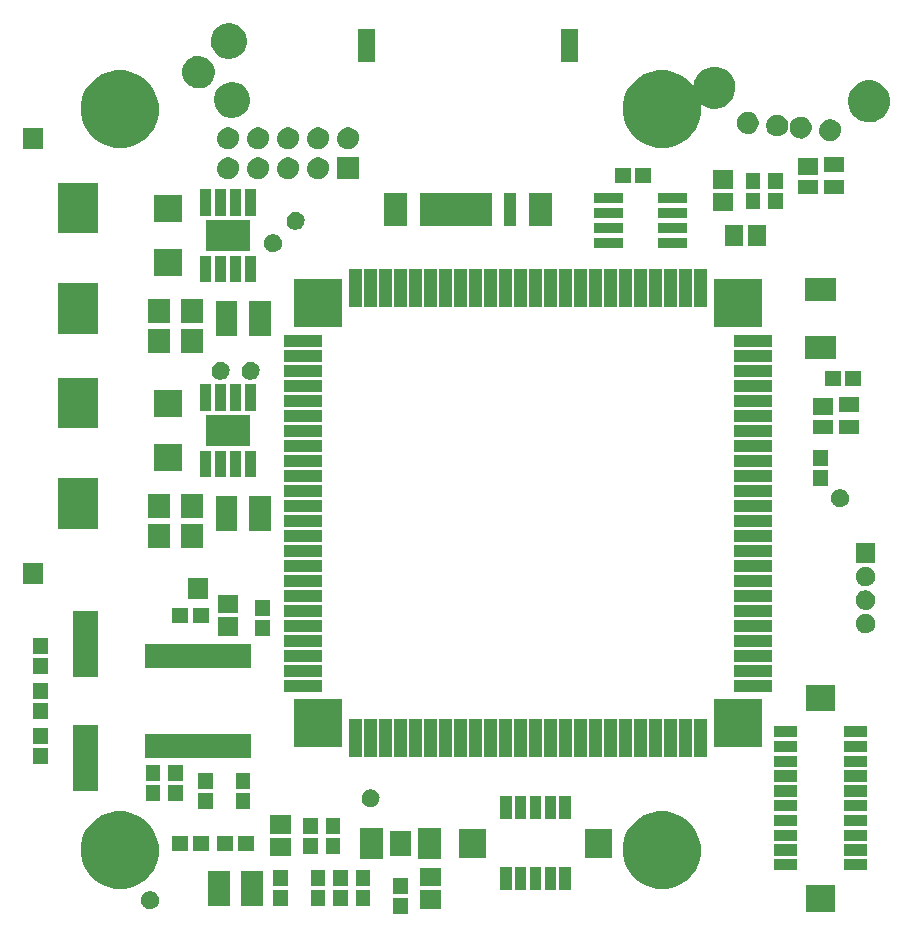
<source format=gts>
G04 #@! TF.FileFunction,Soldermask,Top*
%FSLAX46Y46*%
G04 Gerber Fmt 4.6, Leading zero omitted, Abs format (unit mm)*
G04 Created by KiCad (PCBNEW (2015-04-03 BZR 5570)-product) date Mon Apr  6 03:58:37 2015*
%MOMM*%
G01*
G04 APERTURE LIST*
%ADD10C,0.150000*%
G04 APERTURE END LIST*
D10*
G36*
X103751000Y-87241000D02*
X101989000Y-87241000D01*
X101989000Y-85479000D01*
X103751000Y-85479000D01*
X103751000Y-87241000D01*
X103751000Y-87241000D01*
G37*
G36*
X103751000Y-124071000D02*
X101989000Y-124071000D01*
X101989000Y-122309000D01*
X103751000Y-122309000D01*
X103751000Y-124071000D01*
X103751000Y-124071000D01*
G37*
G36*
X104132000Y-130002000D02*
X102878000Y-130002000D01*
X102878000Y-128648000D01*
X104132000Y-128648000D01*
X104132000Y-130002000D01*
X104132000Y-130002000D01*
G37*
G36*
X104132000Y-131702000D02*
X102878000Y-131702000D01*
X102878000Y-130348000D01*
X104132000Y-130348000D01*
X104132000Y-131702000D01*
X104132000Y-131702000D01*
G37*
G36*
X104132000Y-133812000D02*
X102878000Y-133812000D01*
X102878000Y-132458000D01*
X104132000Y-132458000D01*
X104132000Y-133812000D01*
X104132000Y-133812000D01*
G37*
G36*
X104132000Y-135512000D02*
X102878000Y-135512000D01*
X102878000Y-134158000D01*
X104132000Y-134158000D01*
X104132000Y-135512000D01*
X104132000Y-135512000D01*
G37*
G36*
X104132000Y-137622000D02*
X102878000Y-137622000D01*
X102878000Y-136268000D01*
X104132000Y-136268000D01*
X104132000Y-137622000D01*
X104132000Y-137622000D01*
G37*
G36*
X104132000Y-139322000D02*
X102878000Y-139322000D01*
X102878000Y-137968000D01*
X104132000Y-137968000D01*
X104132000Y-139322000D01*
X104132000Y-139322000D01*
G37*
G36*
X108407000Y-94401000D02*
X104953000Y-94401000D01*
X104953000Y-90147000D01*
X108407000Y-90147000D01*
X108407000Y-94401000D01*
X108407000Y-94401000D01*
G37*
G36*
X108407000Y-102893000D02*
X104953000Y-102893000D01*
X104953000Y-98639000D01*
X108407000Y-98639000D01*
X108407000Y-102893000D01*
X108407000Y-102893000D01*
G37*
G36*
X108407000Y-110911000D02*
X104953000Y-110911000D01*
X104953000Y-106657000D01*
X108407000Y-106657000D01*
X108407000Y-110911000D01*
X108407000Y-110911000D01*
G37*
G36*
X108407000Y-119403000D02*
X104953000Y-119403000D01*
X104953000Y-115149000D01*
X108407000Y-115149000D01*
X108407000Y-119403000D01*
X108407000Y-119403000D01*
G37*
G36*
X108407200Y-131953000D02*
X106222800Y-131953000D01*
X106222800Y-126365000D01*
X108407200Y-126365000D01*
X108407200Y-131953000D01*
X108407200Y-131953000D01*
G37*
G36*
X108407200Y-141605000D02*
X106222800Y-141605000D01*
X106222800Y-136017000D01*
X108407200Y-136017000D01*
X108407200Y-141605000D01*
X108407200Y-141605000D01*
G37*
G36*
X113512742Y-83572422D02*
X113502414Y-84312053D01*
X113502317Y-84312479D01*
X113502317Y-84312491D01*
X113358952Y-84943517D01*
X113095566Y-85535089D01*
X112722295Y-86064235D01*
X112253352Y-86510803D01*
X111706603Y-86857780D01*
X111102868Y-87091955D01*
X110465153Y-87204401D01*
X109817740Y-87190839D01*
X109185285Y-87051785D01*
X108591891Y-86792538D01*
X108060152Y-86422969D01*
X107610320Y-85957155D01*
X107259536Y-85412843D01*
X107021154Y-84810759D01*
X106904257Y-84173841D01*
X106913299Y-83526345D01*
X107047932Y-82892944D01*
X107303032Y-82297752D01*
X107668879Y-81763445D01*
X108131541Y-81310372D01*
X108673394Y-80955794D01*
X109273798Y-80713215D01*
X109909884Y-80591875D01*
X110557422Y-80596397D01*
X111191755Y-80726606D01*
X111788708Y-80977543D01*
X112325560Y-81339654D01*
X112781849Y-81799139D01*
X113140201Y-82338503D01*
X113386966Y-82937198D01*
X113512657Y-83571984D01*
X113512656Y-83571992D01*
X113512742Y-83572422D01*
X113512742Y-83572422D01*
G37*
G36*
X113512742Y-146310422D02*
X113502414Y-147050053D01*
X113502317Y-147050479D01*
X113502317Y-147050491D01*
X113358952Y-147681517D01*
X113095566Y-148273089D01*
X112722295Y-148802235D01*
X112253352Y-149248803D01*
X111706603Y-149595780D01*
X111102868Y-149829955D01*
X110465153Y-149942401D01*
X109817740Y-149928839D01*
X109185285Y-149789785D01*
X108591891Y-149530538D01*
X108060152Y-149160969D01*
X107610320Y-148695155D01*
X107259536Y-148150843D01*
X107021154Y-147548759D01*
X106904257Y-146911841D01*
X106913299Y-146264345D01*
X107047932Y-145630944D01*
X107303032Y-145035752D01*
X107668879Y-144501445D01*
X108131541Y-144048372D01*
X108673394Y-143693794D01*
X109273798Y-143451215D01*
X109909884Y-143329875D01*
X110557422Y-143334397D01*
X111191755Y-143464606D01*
X111788708Y-143715543D01*
X112325560Y-144077654D01*
X112781849Y-144537139D01*
X113140201Y-145076503D01*
X113386966Y-145675198D01*
X113512657Y-146309984D01*
X113512656Y-146309992D01*
X113512742Y-146310422D01*
X113512742Y-146310422D01*
G37*
G36*
X113538033Y-150801282D02*
X113535649Y-150971966D01*
X113535552Y-150972392D01*
X113535552Y-150972404D01*
X113502544Y-151117689D01*
X113441765Y-151254203D01*
X113355622Y-151376318D01*
X113247405Y-151479371D01*
X113121233Y-151559443D01*
X112981905Y-151613485D01*
X112834745Y-151639433D01*
X112685342Y-151636303D01*
X112539386Y-151604213D01*
X112402453Y-151544389D01*
X112279740Y-151459100D01*
X112175935Y-151351607D01*
X112094983Y-151225994D01*
X112039972Y-151087053D01*
X112012996Y-150940071D01*
X112015082Y-150790647D01*
X112046152Y-150644479D01*
X112105019Y-150507130D01*
X112189449Y-150383824D01*
X112296220Y-150279266D01*
X112421258Y-150197443D01*
X112559813Y-150141464D01*
X112706605Y-150113461D01*
X112856035Y-150114505D01*
X113002422Y-150144553D01*
X113140177Y-150202461D01*
X113264067Y-150286025D01*
X113369368Y-150392064D01*
X113452063Y-150516530D01*
X113509009Y-150654691D01*
X113537948Y-150800844D01*
X113537947Y-150800852D01*
X113538033Y-150801282D01*
X113538033Y-150801282D01*
G37*
G36*
X113657000Y-140797000D02*
X112403000Y-140797000D01*
X112403000Y-139443000D01*
X113657000Y-139443000D01*
X113657000Y-140797000D01*
X113657000Y-140797000D01*
G37*
G36*
X113657000Y-142497000D02*
X112403000Y-142497000D01*
X112403000Y-141143000D01*
X113657000Y-141143000D01*
X113657000Y-142497000D01*
X113657000Y-142497000D01*
G37*
G36*
X114462000Y-101992000D02*
X112608000Y-101992000D01*
X112608000Y-99938000D01*
X114462000Y-99938000D01*
X114462000Y-101992000D01*
X114462000Y-101992000D01*
G37*
G36*
X114462000Y-104532000D02*
X112608000Y-104532000D01*
X112608000Y-102478000D01*
X114462000Y-102478000D01*
X114462000Y-104532000D01*
X114462000Y-104532000D01*
G37*
G36*
X114462000Y-118502000D02*
X112608000Y-118502000D01*
X112608000Y-116448000D01*
X114462000Y-116448000D01*
X114462000Y-118502000D01*
X114462000Y-118502000D01*
G37*
G36*
X114462000Y-121042000D02*
X112608000Y-121042000D01*
X112608000Y-118988000D01*
X114462000Y-118988000D01*
X114462000Y-121042000D01*
X114462000Y-121042000D01*
G37*
G36*
X115519200Y-93472000D02*
X113080800Y-93472000D01*
X113080800Y-91186000D01*
X115519200Y-91186000D01*
X115519200Y-93472000D01*
X115519200Y-93472000D01*
G37*
G36*
X115519200Y-98044000D02*
X113080800Y-98044000D01*
X113080800Y-95758000D01*
X115519200Y-95758000D01*
X115519200Y-98044000D01*
X115519200Y-98044000D01*
G37*
G36*
X115519200Y-109982000D02*
X113080800Y-109982000D01*
X113080800Y-107696000D01*
X115519200Y-107696000D01*
X115519200Y-109982000D01*
X115519200Y-109982000D01*
G37*
G36*
X115519200Y-114554000D02*
X113080800Y-114554000D01*
X113080800Y-112268000D01*
X115519200Y-112268000D01*
X115519200Y-114554000D01*
X115519200Y-114554000D01*
G37*
G36*
X115562000Y-140797000D02*
X114308000Y-140797000D01*
X114308000Y-139443000D01*
X115562000Y-139443000D01*
X115562000Y-140797000D01*
X115562000Y-140797000D01*
G37*
G36*
X115562000Y-142497000D02*
X114308000Y-142497000D01*
X114308000Y-141143000D01*
X115562000Y-141143000D01*
X115562000Y-142497000D01*
X115562000Y-142497000D01*
G37*
G36*
X116032000Y-127373000D02*
X114678000Y-127373000D01*
X114678000Y-126119000D01*
X116032000Y-126119000D01*
X116032000Y-127373000D01*
X116032000Y-127373000D01*
G37*
G36*
X116032000Y-146677000D02*
X114678000Y-146677000D01*
X114678000Y-145423000D01*
X116032000Y-145423000D01*
X116032000Y-146677000D01*
X116032000Y-146677000D01*
G37*
G36*
X117262000Y-101992000D02*
X115408000Y-101992000D01*
X115408000Y-99938000D01*
X117262000Y-99938000D01*
X117262000Y-101992000D01*
X117262000Y-101992000D01*
G37*
G36*
X117262000Y-104532000D02*
X115408000Y-104532000D01*
X115408000Y-102478000D01*
X117262000Y-102478000D01*
X117262000Y-104532000D01*
X117262000Y-104532000D01*
G37*
G36*
X117262000Y-118502000D02*
X115408000Y-118502000D01*
X115408000Y-116448000D01*
X117262000Y-116448000D01*
X117262000Y-118502000D01*
X117262000Y-118502000D01*
G37*
G36*
X117262000Y-121042000D02*
X115408000Y-121042000D01*
X115408000Y-118988000D01*
X117262000Y-118988000D01*
X117262000Y-121042000D01*
X117262000Y-121042000D01*
G37*
G36*
X117721000Y-125341000D02*
X115959000Y-125341000D01*
X115959000Y-123579000D01*
X117721000Y-123579000D01*
X117721000Y-125341000D01*
X117721000Y-125341000D01*
G37*
G36*
X117732000Y-127373000D02*
X116378000Y-127373000D01*
X116378000Y-126119000D01*
X117732000Y-126119000D01*
X117732000Y-127373000D01*
X117732000Y-127373000D01*
G37*
G36*
X117732000Y-146677000D02*
X116378000Y-146677000D01*
X116378000Y-145423000D01*
X117732000Y-145423000D01*
X117732000Y-146677000D01*
X117732000Y-146677000D01*
G37*
G36*
X117902000Y-92942000D02*
X117048000Y-92942000D01*
X117048000Y-90688000D01*
X117902000Y-90688000D01*
X117902000Y-92942000D01*
X117902000Y-92942000D01*
G37*
G36*
X117902000Y-98542000D02*
X117048000Y-98542000D01*
X117048000Y-96288000D01*
X117902000Y-96288000D01*
X117902000Y-98542000D01*
X117902000Y-98542000D01*
G37*
G36*
X117902000Y-109452000D02*
X117048000Y-109452000D01*
X117048000Y-107198000D01*
X117902000Y-107198000D01*
X117902000Y-109452000D01*
X117902000Y-109452000D01*
G37*
G36*
X117902000Y-115052000D02*
X117048000Y-115052000D01*
X117048000Y-112798000D01*
X117902000Y-112798000D01*
X117902000Y-115052000D01*
X117902000Y-115052000D01*
G37*
G36*
X118102000Y-141432000D02*
X116848000Y-141432000D01*
X116848000Y-140078000D01*
X118102000Y-140078000D01*
X118102000Y-141432000D01*
X118102000Y-141432000D01*
G37*
G36*
X118102000Y-143132000D02*
X116848000Y-143132000D01*
X116848000Y-141778000D01*
X118102000Y-141778000D01*
X118102000Y-143132000D01*
X118102000Y-143132000D01*
G37*
G36*
X118262082Y-80627162D02*
X118257775Y-80935603D01*
X118257678Y-80936029D01*
X118257678Y-80936041D01*
X118197950Y-81198937D01*
X118088113Y-81445634D01*
X117932452Y-81666299D01*
X117736893Y-81852527D01*
X117508888Y-81997223D01*
X117257115Y-82094880D01*
X116991177Y-82141772D01*
X116721194Y-82136116D01*
X116457444Y-82078127D01*
X116209988Y-81970017D01*
X115988243Y-81815899D01*
X115800654Y-81621646D01*
X115654368Y-81394655D01*
X115554959Y-81143574D01*
X115506210Y-80877966D01*
X115509981Y-80607945D01*
X115566125Y-80343807D01*
X115672507Y-80095599D01*
X115825073Y-79872782D01*
X116018013Y-79683841D01*
X116243977Y-79535974D01*
X116494358Y-79434814D01*
X116759619Y-79384212D01*
X117029654Y-79386098D01*
X117294186Y-79440398D01*
X117543125Y-79545043D01*
X117767005Y-79696052D01*
X117957289Y-79887670D01*
X118106725Y-80112588D01*
X118209632Y-80362260D01*
X118261998Y-80626724D01*
X118261997Y-80626736D01*
X118262082Y-80627162D01*
X118262082Y-80627162D01*
G37*
G36*
X119172000Y-92942000D02*
X118318000Y-92942000D01*
X118318000Y-90688000D01*
X119172000Y-90688000D01*
X119172000Y-92942000D01*
X119172000Y-92942000D01*
G37*
G36*
X119172000Y-98542000D02*
X118318000Y-98542000D01*
X118318000Y-96288000D01*
X119172000Y-96288000D01*
X119172000Y-98542000D01*
X119172000Y-98542000D01*
G37*
G36*
X119172000Y-109452000D02*
X118318000Y-109452000D01*
X118318000Y-107198000D01*
X119172000Y-107198000D01*
X119172000Y-109452000D01*
X119172000Y-109452000D01*
G37*
G36*
X119172000Y-115052000D02*
X118318000Y-115052000D01*
X118318000Y-112798000D01*
X119172000Y-112798000D01*
X119172000Y-115052000D01*
X119172000Y-115052000D01*
G37*
G36*
X119507033Y-105970282D02*
X119504649Y-106140966D01*
X119504552Y-106141392D01*
X119504552Y-106141404D01*
X119471544Y-106286689D01*
X119410765Y-106423203D01*
X119324622Y-106545318D01*
X119216405Y-106648371D01*
X119090233Y-106728443D01*
X118950905Y-106782485D01*
X118803745Y-106808433D01*
X118654342Y-106805303D01*
X118508386Y-106773213D01*
X118371453Y-106713389D01*
X118248740Y-106628100D01*
X118144935Y-106520607D01*
X118063983Y-106394994D01*
X118008972Y-106256053D01*
X117981996Y-106109071D01*
X117984082Y-105959647D01*
X118015152Y-105813479D01*
X118074019Y-105676130D01*
X118158449Y-105552824D01*
X118265220Y-105448266D01*
X118390258Y-105366443D01*
X118528813Y-105310464D01*
X118675605Y-105282461D01*
X118825035Y-105283505D01*
X118971422Y-105313553D01*
X119109177Y-105371461D01*
X119233067Y-105455025D01*
X119338368Y-105561064D01*
X119421063Y-105685530D01*
X119478009Y-105823691D01*
X119506948Y-105969844D01*
X119506947Y-105969852D01*
X119507033Y-105970282D01*
X119507033Y-105970282D01*
G37*
G36*
X119542000Y-151337000D02*
X117688000Y-151337000D01*
X117688000Y-148383000D01*
X119542000Y-148383000D01*
X119542000Y-151337000D01*
X119542000Y-151337000D01*
G37*
G36*
X119842000Y-146677000D02*
X118488000Y-146677000D01*
X118488000Y-145423000D01*
X119842000Y-145423000D01*
X119842000Y-146677000D01*
X119842000Y-146677000D01*
G37*
G36*
X120177000Y-103077000D02*
X118323000Y-103077000D01*
X118323000Y-100123000D01*
X120177000Y-100123000D01*
X120177000Y-103077000D01*
X120177000Y-103077000D01*
G37*
G36*
X120177000Y-119587000D02*
X118323000Y-119587000D01*
X118323000Y-116633000D01*
X120177000Y-116633000D01*
X120177000Y-119587000D01*
X120177000Y-119587000D01*
G37*
G36*
X120257000Y-126573000D02*
X118503000Y-126573000D01*
X118503000Y-125019000D01*
X120257000Y-125019000D01*
X120257000Y-126573000D01*
X120257000Y-126573000D01*
G37*
G36*
X120257000Y-128473000D02*
X118503000Y-128473000D01*
X118503000Y-126919000D01*
X120257000Y-126919000D01*
X120257000Y-128473000D01*
X120257000Y-128473000D01*
G37*
G36*
X120307039Y-86269103D02*
X120304140Y-86476746D01*
X120304044Y-86477167D01*
X120304044Y-86477184D01*
X120263868Y-86654023D01*
X120189924Y-86820101D01*
X120085133Y-86968653D01*
X119953482Y-87094023D01*
X119799988Y-87191432D01*
X119630493Y-87257176D01*
X119451464Y-87288744D01*
X119269710Y-87284936D01*
X119092153Y-87245897D01*
X118925564Y-87173117D01*
X118776285Y-87069365D01*
X118649997Y-86938591D01*
X118551520Y-86785783D01*
X118484596Y-86616753D01*
X118451779Y-86437945D01*
X118454317Y-86256165D01*
X118492113Y-86078347D01*
X118563730Y-85911253D01*
X118666437Y-85761252D01*
X118796326Y-85634056D01*
X118948448Y-85534510D01*
X119117002Y-85466411D01*
X119295578Y-85432344D01*
X119477365Y-85433614D01*
X119655450Y-85470169D01*
X119823035Y-85540616D01*
X119973754Y-85642277D01*
X120101852Y-85771273D01*
X120202455Y-85922691D01*
X120271731Y-86090770D01*
X120306956Y-86268664D01*
X120306955Y-86268682D01*
X120307039Y-86269103D01*
X120307039Y-86269103D01*
G37*
G36*
X120307039Y-88809103D02*
X120304140Y-89016746D01*
X120304044Y-89017167D01*
X120304044Y-89017184D01*
X120263868Y-89194023D01*
X120189924Y-89360101D01*
X120085133Y-89508653D01*
X119953482Y-89634023D01*
X119799988Y-89731432D01*
X119630493Y-89797176D01*
X119451464Y-89828744D01*
X119269710Y-89824936D01*
X119092153Y-89785897D01*
X118925564Y-89713117D01*
X118776285Y-89609365D01*
X118649997Y-89478591D01*
X118551520Y-89325783D01*
X118484596Y-89156753D01*
X118451779Y-88977945D01*
X118454317Y-88796165D01*
X118492113Y-88618347D01*
X118563730Y-88451253D01*
X118666437Y-88301252D01*
X118796326Y-88174056D01*
X118948448Y-88074510D01*
X119117002Y-88006411D01*
X119295578Y-87972344D01*
X119477365Y-87973614D01*
X119655450Y-88010169D01*
X119823035Y-88080616D01*
X119973754Y-88182277D01*
X120101852Y-88311273D01*
X120202455Y-88462691D01*
X120271731Y-88630770D01*
X120306956Y-88808664D01*
X120306955Y-88808682D01*
X120307039Y-88809103D01*
X120307039Y-88809103D01*
G37*
G36*
X120442000Y-92942000D02*
X119588000Y-92942000D01*
X119588000Y-90688000D01*
X120442000Y-90688000D01*
X120442000Y-92942000D01*
X120442000Y-92942000D01*
G37*
G36*
X120442000Y-98542000D02*
X119588000Y-98542000D01*
X119588000Y-96288000D01*
X120442000Y-96288000D01*
X120442000Y-98542000D01*
X120442000Y-98542000D01*
G37*
G36*
X120442000Y-109452000D02*
X119588000Y-109452000D01*
X119588000Y-107198000D01*
X120442000Y-107198000D01*
X120442000Y-109452000D01*
X120442000Y-109452000D01*
G37*
G36*
X120442000Y-115052000D02*
X119588000Y-115052000D01*
X119588000Y-112798000D01*
X120442000Y-112798000D01*
X120442000Y-115052000D01*
X120442000Y-115052000D01*
G37*
G36*
X120977549Y-77974573D02*
X120972773Y-78316613D01*
X120972676Y-78317039D01*
X120972676Y-78317051D01*
X120906431Y-78608632D01*
X120784628Y-78882203D01*
X120612010Y-79126905D01*
X120395149Y-79333420D01*
X120142307Y-79493878D01*
X119863109Y-79602173D01*
X119568201Y-79654173D01*
X119268807Y-79647901D01*
X118976327Y-79583595D01*
X118701915Y-79463708D01*
X118456014Y-79292801D01*
X118247989Y-79077386D01*
X118085771Y-78825672D01*
X117975531Y-78547239D01*
X117921473Y-78252698D01*
X117925654Y-77953263D01*
X117987914Y-77660351D01*
X118105885Y-77385105D01*
X118275070Y-77138016D01*
X118489027Y-76928493D01*
X118739606Y-76764519D01*
X119017262Y-76652339D01*
X119311418Y-76596226D01*
X119610869Y-76598317D01*
X119904216Y-76658532D01*
X120180274Y-76774576D01*
X120428541Y-76942035D01*
X120639550Y-77154522D01*
X120805269Y-77403949D01*
X120919385Y-77680815D01*
X120977464Y-77974134D01*
X120977463Y-77974143D01*
X120977549Y-77974573D01*
X120977549Y-77974573D01*
G37*
G36*
X121230000Y-95915000D02*
X117530000Y-95915000D01*
X117530000Y-93315000D01*
X121230000Y-93315000D01*
X121230000Y-95915000D01*
X121230000Y-95915000D01*
G37*
G36*
X121230000Y-112425000D02*
X117530000Y-112425000D01*
X117530000Y-109825000D01*
X121230000Y-109825000D01*
X121230000Y-112425000D01*
X121230000Y-112425000D01*
G37*
G36*
X121239229Y-82967721D02*
X121234453Y-83309761D01*
X121234356Y-83310187D01*
X121234356Y-83310199D01*
X121168111Y-83601780D01*
X121046308Y-83875351D01*
X120873690Y-84120053D01*
X120656829Y-84326568D01*
X120403987Y-84487026D01*
X120124789Y-84595321D01*
X119829881Y-84647321D01*
X119530487Y-84641049D01*
X119238007Y-84576743D01*
X118963595Y-84456856D01*
X118717694Y-84285949D01*
X118509669Y-84070534D01*
X118347451Y-83818820D01*
X118237211Y-83540387D01*
X118183153Y-83245846D01*
X118187334Y-82946411D01*
X118249594Y-82653499D01*
X118367565Y-82378253D01*
X118536750Y-82131164D01*
X118750707Y-81921641D01*
X119001286Y-81757667D01*
X119278942Y-81645487D01*
X119573098Y-81589374D01*
X119872549Y-81591465D01*
X120165896Y-81651680D01*
X120441954Y-81767724D01*
X120690221Y-81935183D01*
X120901230Y-82147670D01*
X121066949Y-82397097D01*
X121181065Y-82673963D01*
X121239144Y-82967282D01*
X121239143Y-82967291D01*
X121239229Y-82967721D01*
X121239229Y-82967721D01*
G37*
G36*
X121277000Y-141432000D02*
X120023000Y-141432000D01*
X120023000Y-140078000D01*
X121277000Y-140078000D01*
X121277000Y-141432000D01*
X121277000Y-141432000D01*
G37*
G36*
X121277000Y-143132000D02*
X120023000Y-143132000D01*
X120023000Y-141778000D01*
X121277000Y-141778000D01*
X121277000Y-143132000D01*
X121277000Y-143132000D01*
G37*
G36*
X121367000Y-131212000D02*
X120763000Y-131212000D01*
X120717000Y-131212000D01*
X120113000Y-131212000D01*
X120067000Y-131212000D01*
X119463000Y-131212000D01*
X119417000Y-131212000D01*
X118813000Y-131212000D01*
X118767000Y-131212000D01*
X118163000Y-131212000D01*
X118117000Y-131212000D01*
X117513000Y-131212000D01*
X117467000Y-131212000D01*
X116863000Y-131212000D01*
X116817000Y-131212000D01*
X116213000Y-131212000D01*
X116167000Y-131212000D01*
X115563000Y-131212000D01*
X115517000Y-131212000D01*
X114913000Y-131212000D01*
X114867000Y-131212000D01*
X114263000Y-131212000D01*
X114217000Y-131212000D01*
X113613000Y-131212000D01*
X113567000Y-131212000D01*
X112963000Y-131212000D01*
X112917000Y-131212000D01*
X112313000Y-131212000D01*
X112313000Y-129158000D01*
X112917000Y-129158000D01*
X112963000Y-129158000D01*
X113567000Y-129158000D01*
X113613000Y-129158000D01*
X114217000Y-129158000D01*
X114263000Y-129158000D01*
X114867000Y-129158000D01*
X114913000Y-129158000D01*
X115517000Y-129158000D01*
X115563000Y-129158000D01*
X116167000Y-129158000D01*
X116213000Y-129158000D01*
X116817000Y-129158000D01*
X116863000Y-129158000D01*
X117467000Y-129158000D01*
X117513000Y-129158000D01*
X118117000Y-129158000D01*
X118163000Y-129158000D01*
X118767000Y-129158000D01*
X118813000Y-129158000D01*
X119417000Y-129158000D01*
X119463000Y-129158000D01*
X120067000Y-129158000D01*
X120113000Y-129158000D01*
X120717000Y-129158000D01*
X120763000Y-129158000D01*
X121367000Y-129158000D01*
X121367000Y-131212000D01*
X121367000Y-131212000D01*
G37*
G36*
X121367000Y-138812000D02*
X120763000Y-138812000D01*
X120717000Y-138812000D01*
X120113000Y-138812000D01*
X120067000Y-138812000D01*
X119463000Y-138812000D01*
X119417000Y-138812000D01*
X118813000Y-138812000D01*
X118767000Y-138812000D01*
X118163000Y-138812000D01*
X118117000Y-138812000D01*
X117513000Y-138812000D01*
X117467000Y-138812000D01*
X116863000Y-138812000D01*
X116817000Y-138812000D01*
X116213000Y-138812000D01*
X116167000Y-138812000D01*
X115563000Y-138812000D01*
X115517000Y-138812000D01*
X114913000Y-138812000D01*
X114867000Y-138812000D01*
X114263000Y-138812000D01*
X114217000Y-138812000D01*
X113613000Y-138812000D01*
X113567000Y-138812000D01*
X112963000Y-138812000D01*
X112917000Y-138812000D01*
X112313000Y-138812000D01*
X112313000Y-136758000D01*
X112917000Y-136758000D01*
X112963000Y-136758000D01*
X113567000Y-136758000D01*
X113613000Y-136758000D01*
X114217000Y-136758000D01*
X114263000Y-136758000D01*
X114867000Y-136758000D01*
X114913000Y-136758000D01*
X115517000Y-136758000D01*
X115563000Y-136758000D01*
X116167000Y-136758000D01*
X116213000Y-136758000D01*
X116817000Y-136758000D01*
X116863000Y-136758000D01*
X117467000Y-136758000D01*
X117513000Y-136758000D01*
X118117000Y-136758000D01*
X118163000Y-136758000D01*
X118767000Y-136758000D01*
X118813000Y-136758000D01*
X119417000Y-136758000D01*
X119463000Y-136758000D01*
X120067000Y-136758000D01*
X120113000Y-136758000D01*
X120717000Y-136758000D01*
X120763000Y-136758000D01*
X121367000Y-136758000D01*
X121367000Y-138812000D01*
X121367000Y-138812000D01*
G37*
G36*
X121542000Y-146677000D02*
X120188000Y-146677000D01*
X120188000Y-145423000D01*
X121542000Y-145423000D01*
X121542000Y-146677000D01*
X121542000Y-146677000D01*
G37*
G36*
X121712000Y-92942000D02*
X120858000Y-92942000D01*
X120858000Y-90688000D01*
X121712000Y-90688000D01*
X121712000Y-92942000D01*
X121712000Y-92942000D01*
G37*
G36*
X121712000Y-98542000D02*
X120858000Y-98542000D01*
X120858000Y-96288000D01*
X121712000Y-96288000D01*
X121712000Y-98542000D01*
X121712000Y-98542000D01*
G37*
G36*
X121712000Y-109452000D02*
X120858000Y-109452000D01*
X120858000Y-107198000D01*
X121712000Y-107198000D01*
X121712000Y-109452000D01*
X121712000Y-109452000D01*
G37*
G36*
X121712000Y-115052000D02*
X120858000Y-115052000D01*
X120858000Y-112798000D01*
X121712000Y-112798000D01*
X121712000Y-115052000D01*
X121712000Y-115052000D01*
G37*
G36*
X122047033Y-105970282D02*
X122044649Y-106140966D01*
X122044552Y-106141392D01*
X122044552Y-106141404D01*
X122011544Y-106286689D01*
X121950765Y-106423203D01*
X121864622Y-106545318D01*
X121756405Y-106648371D01*
X121630233Y-106728443D01*
X121490905Y-106782485D01*
X121343745Y-106808433D01*
X121194342Y-106805303D01*
X121048386Y-106773213D01*
X120911453Y-106713389D01*
X120788740Y-106628100D01*
X120684935Y-106520607D01*
X120603983Y-106394994D01*
X120548972Y-106256053D01*
X120521996Y-106109071D01*
X120524082Y-105959647D01*
X120555152Y-105813479D01*
X120614019Y-105676130D01*
X120698449Y-105552824D01*
X120805220Y-105448266D01*
X120930258Y-105366443D01*
X121068813Y-105310464D01*
X121215605Y-105282461D01*
X121365035Y-105283505D01*
X121511422Y-105313553D01*
X121649177Y-105371461D01*
X121773067Y-105455025D01*
X121878368Y-105561064D01*
X121961063Y-105685530D01*
X122018009Y-105823691D01*
X122046948Y-105969844D01*
X122046947Y-105969852D01*
X122047033Y-105970282D01*
X122047033Y-105970282D01*
G37*
G36*
X122342000Y-151337000D02*
X120488000Y-151337000D01*
X120488000Y-148383000D01*
X122342000Y-148383000D01*
X122342000Y-151337000D01*
X122342000Y-151337000D01*
G37*
G36*
X122847039Y-86269103D02*
X122844140Y-86476746D01*
X122844044Y-86477167D01*
X122844044Y-86477184D01*
X122803868Y-86654023D01*
X122729924Y-86820101D01*
X122625133Y-86968653D01*
X122493482Y-87094023D01*
X122339988Y-87191432D01*
X122170493Y-87257176D01*
X121991464Y-87288744D01*
X121809710Y-87284936D01*
X121632153Y-87245897D01*
X121465564Y-87173117D01*
X121316285Y-87069365D01*
X121189997Y-86938591D01*
X121091520Y-86785783D01*
X121024596Y-86616753D01*
X120991779Y-86437945D01*
X120994317Y-86256165D01*
X121032113Y-86078347D01*
X121103730Y-85911253D01*
X121206437Y-85761252D01*
X121336326Y-85634056D01*
X121488448Y-85534510D01*
X121657002Y-85466411D01*
X121835578Y-85432344D01*
X122017365Y-85433614D01*
X122195450Y-85470169D01*
X122363035Y-85540616D01*
X122513754Y-85642277D01*
X122641852Y-85771273D01*
X122742455Y-85922691D01*
X122811731Y-86090770D01*
X122846956Y-86268664D01*
X122846955Y-86268682D01*
X122847039Y-86269103D01*
X122847039Y-86269103D01*
G37*
G36*
X122847039Y-88809103D02*
X122844140Y-89016746D01*
X122844044Y-89017167D01*
X122844044Y-89017184D01*
X122803868Y-89194023D01*
X122729924Y-89360101D01*
X122625133Y-89508653D01*
X122493482Y-89634023D01*
X122339988Y-89731432D01*
X122170493Y-89797176D01*
X121991464Y-89828744D01*
X121809710Y-89824936D01*
X121632153Y-89785897D01*
X121465564Y-89713117D01*
X121316285Y-89609365D01*
X121189997Y-89478591D01*
X121091520Y-89325783D01*
X121024596Y-89156753D01*
X120991779Y-88977945D01*
X120994317Y-88796165D01*
X121032113Y-88618347D01*
X121103730Y-88451253D01*
X121206437Y-88301252D01*
X121336326Y-88174056D01*
X121488448Y-88074510D01*
X121657002Y-88006411D01*
X121835578Y-87972344D01*
X122017365Y-87973614D01*
X122195450Y-88010169D01*
X122363035Y-88080616D01*
X122513754Y-88182277D01*
X122641852Y-88311273D01*
X122742455Y-88462691D01*
X122811731Y-88630770D01*
X122846956Y-88808664D01*
X122846955Y-88808682D01*
X122847039Y-88809103D01*
X122847039Y-88809103D01*
G37*
G36*
X122928000Y-126827000D02*
X121674000Y-126827000D01*
X121674000Y-125473000D01*
X122928000Y-125473000D01*
X122928000Y-126827000D01*
X122928000Y-126827000D01*
G37*
G36*
X122928000Y-128527000D02*
X121674000Y-128527000D01*
X121674000Y-127173000D01*
X122928000Y-127173000D01*
X122928000Y-128527000D01*
X122928000Y-128527000D01*
G37*
G36*
X122977000Y-103077000D02*
X121123000Y-103077000D01*
X121123000Y-100123000D01*
X122977000Y-100123000D01*
X122977000Y-103077000D01*
X122977000Y-103077000D01*
G37*
G36*
X122977000Y-119587000D02*
X121123000Y-119587000D01*
X121123000Y-116633000D01*
X122977000Y-116633000D01*
X122977000Y-119587000D01*
X122977000Y-119587000D01*
G37*
G36*
X123952033Y-95175282D02*
X123949649Y-95345966D01*
X123949552Y-95346392D01*
X123949552Y-95346404D01*
X123916544Y-95491689D01*
X123855765Y-95628203D01*
X123769622Y-95750318D01*
X123661405Y-95853371D01*
X123535233Y-95933443D01*
X123395905Y-95987485D01*
X123248745Y-96013433D01*
X123099342Y-96010303D01*
X122953386Y-95978213D01*
X122816453Y-95918389D01*
X122693740Y-95833100D01*
X122589935Y-95725607D01*
X122508983Y-95599994D01*
X122453972Y-95461053D01*
X122426996Y-95314071D01*
X122429082Y-95164647D01*
X122460152Y-95018479D01*
X122519019Y-94881130D01*
X122603449Y-94757824D01*
X122710220Y-94653266D01*
X122835258Y-94571443D01*
X122973813Y-94515464D01*
X123120605Y-94487461D01*
X123270035Y-94488505D01*
X123416422Y-94518553D01*
X123554177Y-94576461D01*
X123678067Y-94660025D01*
X123783368Y-94766064D01*
X123866063Y-94890530D01*
X123923009Y-95028691D01*
X123951948Y-95174844D01*
X123951947Y-95174852D01*
X123952033Y-95175282D01*
X123952033Y-95175282D01*
G37*
G36*
X124452000Y-149687000D02*
X123198000Y-149687000D01*
X123198000Y-148333000D01*
X124452000Y-148333000D01*
X124452000Y-149687000D01*
X124452000Y-149687000D01*
G37*
G36*
X124452000Y-151387000D02*
X123198000Y-151387000D01*
X123198000Y-150033000D01*
X124452000Y-150033000D01*
X124452000Y-151387000D01*
X124452000Y-151387000D01*
G37*
G36*
X124702000Y-145242000D02*
X122948000Y-145242000D01*
X122948000Y-143688000D01*
X124702000Y-143688000D01*
X124702000Y-145242000D01*
X124702000Y-145242000D01*
G37*
G36*
X124702000Y-147142000D02*
X122948000Y-147142000D01*
X122948000Y-145588000D01*
X124702000Y-145588000D01*
X124702000Y-147142000D01*
X124702000Y-147142000D01*
G37*
G36*
X125387039Y-86269103D02*
X125384140Y-86476746D01*
X125384044Y-86477167D01*
X125384044Y-86477184D01*
X125343868Y-86654023D01*
X125269924Y-86820101D01*
X125165133Y-86968653D01*
X125033482Y-87094023D01*
X124879988Y-87191432D01*
X124710493Y-87257176D01*
X124531464Y-87288744D01*
X124349710Y-87284936D01*
X124172153Y-87245897D01*
X124005564Y-87173117D01*
X123856285Y-87069365D01*
X123729997Y-86938591D01*
X123631520Y-86785783D01*
X123564596Y-86616753D01*
X123531779Y-86437945D01*
X123534317Y-86256165D01*
X123572113Y-86078347D01*
X123643730Y-85911253D01*
X123746437Y-85761252D01*
X123876326Y-85634056D01*
X124028448Y-85534510D01*
X124197002Y-85466411D01*
X124375578Y-85432344D01*
X124557365Y-85433614D01*
X124735450Y-85470169D01*
X124903035Y-85540616D01*
X125053754Y-85642277D01*
X125181852Y-85771273D01*
X125282455Y-85922691D01*
X125351731Y-86090770D01*
X125386956Y-86268664D01*
X125386955Y-86268682D01*
X125387039Y-86269103D01*
X125387039Y-86269103D01*
G37*
G36*
X125387039Y-88809103D02*
X125384140Y-89016746D01*
X125384044Y-89017167D01*
X125384044Y-89017184D01*
X125343868Y-89194023D01*
X125269924Y-89360101D01*
X125165133Y-89508653D01*
X125033482Y-89634023D01*
X124879988Y-89731432D01*
X124710493Y-89797176D01*
X124531464Y-89828744D01*
X124349710Y-89824936D01*
X124172153Y-89785897D01*
X124005564Y-89713117D01*
X123856285Y-89609365D01*
X123729997Y-89478591D01*
X123631520Y-89325783D01*
X123564596Y-89156753D01*
X123531779Y-88977945D01*
X123534317Y-88796165D01*
X123572113Y-88618347D01*
X123643730Y-88451253D01*
X123746437Y-88301252D01*
X123876326Y-88174056D01*
X124028448Y-88074510D01*
X124197002Y-88006411D01*
X124375578Y-87972344D01*
X124557365Y-87973614D01*
X124735450Y-88010169D01*
X124903035Y-88080616D01*
X125053754Y-88182277D01*
X125181852Y-88311273D01*
X125282455Y-88462691D01*
X125351731Y-88630770D01*
X125386956Y-88808664D01*
X125386955Y-88808682D01*
X125387039Y-88809103D01*
X125387039Y-88809103D01*
G37*
G36*
X125857033Y-93270282D02*
X125854649Y-93440966D01*
X125854552Y-93441392D01*
X125854552Y-93441404D01*
X125821544Y-93586689D01*
X125760765Y-93723203D01*
X125674622Y-93845318D01*
X125566405Y-93948371D01*
X125440233Y-94028443D01*
X125300905Y-94082485D01*
X125153745Y-94108433D01*
X125004342Y-94105303D01*
X124858386Y-94073213D01*
X124721453Y-94013389D01*
X124598740Y-93928100D01*
X124494935Y-93820607D01*
X124413983Y-93694994D01*
X124358972Y-93556053D01*
X124331996Y-93409071D01*
X124334082Y-93259647D01*
X124365152Y-93113479D01*
X124424019Y-92976130D01*
X124508449Y-92852824D01*
X124615220Y-92748266D01*
X124740258Y-92666443D01*
X124878813Y-92610464D01*
X125025605Y-92582461D01*
X125175035Y-92583505D01*
X125321422Y-92613553D01*
X125459177Y-92671461D01*
X125583067Y-92755025D01*
X125688368Y-92861064D01*
X125771063Y-92985530D01*
X125828009Y-93123691D01*
X125856948Y-93269844D01*
X125856947Y-93269852D01*
X125857033Y-93270282D01*
X125857033Y-93270282D01*
G37*
G36*
X126992000Y-145242000D02*
X125738000Y-145242000D01*
X125738000Y-143888000D01*
X126992000Y-143888000D01*
X126992000Y-145242000D01*
X126992000Y-145242000D01*
G37*
G36*
X126992000Y-146942000D02*
X125738000Y-146942000D01*
X125738000Y-145588000D01*
X126992000Y-145588000D01*
X126992000Y-146942000D01*
X126992000Y-146942000D01*
G37*
G36*
X127357000Y-104032000D02*
X124103000Y-104032000D01*
X124103000Y-102978000D01*
X127357000Y-102978000D01*
X127357000Y-104032000D01*
X127357000Y-104032000D01*
G37*
G36*
X127357000Y-105302000D02*
X124103000Y-105302000D01*
X124103000Y-104248000D01*
X127357000Y-104248000D01*
X127357000Y-105302000D01*
X127357000Y-105302000D01*
G37*
G36*
X127357000Y-106572000D02*
X124103000Y-106572000D01*
X124103000Y-105518000D01*
X127357000Y-105518000D01*
X127357000Y-106572000D01*
X127357000Y-106572000D01*
G37*
G36*
X127357000Y-107842000D02*
X124103000Y-107842000D01*
X124103000Y-106788000D01*
X127357000Y-106788000D01*
X127357000Y-107842000D01*
X127357000Y-107842000D01*
G37*
G36*
X127357000Y-109112000D02*
X124103000Y-109112000D01*
X124103000Y-108058000D01*
X127357000Y-108058000D01*
X127357000Y-109112000D01*
X127357000Y-109112000D01*
G37*
G36*
X127357000Y-110382000D02*
X124103000Y-110382000D01*
X124103000Y-109328000D01*
X127357000Y-109328000D01*
X127357000Y-110382000D01*
X127357000Y-110382000D01*
G37*
G36*
X127357000Y-111652000D02*
X124103000Y-111652000D01*
X124103000Y-110598000D01*
X127357000Y-110598000D01*
X127357000Y-111652000D01*
X127357000Y-111652000D01*
G37*
G36*
X127357000Y-112922000D02*
X124103000Y-112922000D01*
X124103000Y-111868000D01*
X127357000Y-111868000D01*
X127357000Y-112922000D01*
X127357000Y-112922000D01*
G37*
G36*
X127357000Y-114192000D02*
X124103000Y-114192000D01*
X124103000Y-113138000D01*
X127357000Y-113138000D01*
X127357000Y-114192000D01*
X127357000Y-114192000D01*
G37*
G36*
X127357000Y-115462000D02*
X124103000Y-115462000D01*
X124103000Y-114408000D01*
X127357000Y-114408000D01*
X127357000Y-115462000D01*
X127357000Y-115462000D01*
G37*
G36*
X127357000Y-116732000D02*
X124103000Y-116732000D01*
X124103000Y-115678000D01*
X127357000Y-115678000D01*
X127357000Y-116732000D01*
X127357000Y-116732000D01*
G37*
G36*
X127357000Y-118002000D02*
X124103000Y-118002000D01*
X124103000Y-116948000D01*
X127357000Y-116948000D01*
X127357000Y-118002000D01*
X127357000Y-118002000D01*
G37*
G36*
X127357000Y-119272000D02*
X124103000Y-119272000D01*
X124103000Y-118218000D01*
X127357000Y-118218000D01*
X127357000Y-119272000D01*
X127357000Y-119272000D01*
G37*
G36*
X127357000Y-120542000D02*
X124103000Y-120542000D01*
X124103000Y-119488000D01*
X127357000Y-119488000D01*
X127357000Y-120542000D01*
X127357000Y-120542000D01*
G37*
G36*
X127357000Y-121812000D02*
X124103000Y-121812000D01*
X124103000Y-120758000D01*
X127357000Y-120758000D01*
X127357000Y-121812000D01*
X127357000Y-121812000D01*
G37*
G36*
X127357000Y-123082000D02*
X124103000Y-123082000D01*
X124103000Y-122028000D01*
X127357000Y-122028000D01*
X127357000Y-123082000D01*
X127357000Y-123082000D01*
G37*
G36*
X127357000Y-124352000D02*
X124103000Y-124352000D01*
X124103000Y-123298000D01*
X127357000Y-123298000D01*
X127357000Y-124352000D01*
X127357000Y-124352000D01*
G37*
G36*
X127357000Y-125622000D02*
X124103000Y-125622000D01*
X124103000Y-124568000D01*
X127357000Y-124568000D01*
X127357000Y-125622000D01*
X127357000Y-125622000D01*
G37*
G36*
X127357000Y-126892000D02*
X124103000Y-126892000D01*
X124103000Y-125838000D01*
X127357000Y-125838000D01*
X127357000Y-126892000D01*
X127357000Y-126892000D01*
G37*
G36*
X127357000Y-128162000D02*
X124103000Y-128162000D01*
X124103000Y-127108000D01*
X127357000Y-127108000D01*
X127357000Y-128162000D01*
X127357000Y-128162000D01*
G37*
G36*
X127357000Y-129432000D02*
X124103000Y-129432000D01*
X124103000Y-128378000D01*
X127357000Y-128378000D01*
X127357000Y-129432000D01*
X127357000Y-129432000D01*
G37*
G36*
X127357000Y-130702000D02*
X124103000Y-130702000D01*
X124103000Y-129648000D01*
X127357000Y-129648000D01*
X127357000Y-130702000D01*
X127357000Y-130702000D01*
G37*
G36*
X127357000Y-131972000D02*
X124103000Y-131972000D01*
X124103000Y-130918000D01*
X127357000Y-130918000D01*
X127357000Y-131972000D01*
X127357000Y-131972000D01*
G37*
G36*
X127357000Y-133242000D02*
X124103000Y-133242000D01*
X124103000Y-132188000D01*
X127357000Y-132188000D01*
X127357000Y-133242000D01*
X127357000Y-133242000D01*
G37*
G36*
X127627000Y-149687000D02*
X126373000Y-149687000D01*
X126373000Y-148333000D01*
X127627000Y-148333000D01*
X127627000Y-149687000D01*
X127627000Y-149687000D01*
G37*
G36*
X127627000Y-151387000D02*
X126373000Y-151387000D01*
X126373000Y-150033000D01*
X127627000Y-150033000D01*
X127627000Y-151387000D01*
X127627000Y-151387000D01*
G37*
G36*
X127927039Y-86269103D02*
X127924140Y-86476746D01*
X127924044Y-86477167D01*
X127924044Y-86477184D01*
X127883868Y-86654023D01*
X127809924Y-86820101D01*
X127705133Y-86968653D01*
X127573482Y-87094023D01*
X127419988Y-87191432D01*
X127250493Y-87257176D01*
X127071464Y-87288744D01*
X126889710Y-87284936D01*
X126712153Y-87245897D01*
X126545564Y-87173117D01*
X126396285Y-87069365D01*
X126269997Y-86938591D01*
X126171520Y-86785783D01*
X126104596Y-86616753D01*
X126071779Y-86437945D01*
X126074317Y-86256165D01*
X126112113Y-86078347D01*
X126183730Y-85911253D01*
X126286437Y-85761252D01*
X126416326Y-85634056D01*
X126568448Y-85534510D01*
X126737002Y-85466411D01*
X126915578Y-85432344D01*
X127097365Y-85433614D01*
X127275450Y-85470169D01*
X127443035Y-85540616D01*
X127593754Y-85642277D01*
X127721852Y-85771273D01*
X127822455Y-85922691D01*
X127891731Y-86090770D01*
X127926956Y-86268664D01*
X127926955Y-86268682D01*
X127927039Y-86269103D01*
X127927039Y-86269103D01*
G37*
G36*
X127927039Y-88809103D02*
X127924140Y-89016746D01*
X127924044Y-89017167D01*
X127924044Y-89017184D01*
X127883868Y-89194023D01*
X127809924Y-89360101D01*
X127705133Y-89508653D01*
X127573482Y-89634023D01*
X127419988Y-89731432D01*
X127250493Y-89797176D01*
X127071464Y-89828744D01*
X126889710Y-89824936D01*
X126712153Y-89785897D01*
X126545564Y-89713117D01*
X126396285Y-89609365D01*
X126269997Y-89478591D01*
X126171520Y-89325783D01*
X126104596Y-89156753D01*
X126071779Y-88977945D01*
X126074317Y-88796165D01*
X126112113Y-88618347D01*
X126183730Y-88451253D01*
X126286437Y-88301252D01*
X126416326Y-88174056D01*
X126568448Y-88074510D01*
X126737002Y-88006411D01*
X126915578Y-87972344D01*
X127097365Y-87973614D01*
X127275450Y-88010169D01*
X127443035Y-88080616D01*
X127593754Y-88182277D01*
X127721852Y-88311273D01*
X127822455Y-88462691D01*
X127891731Y-88630770D01*
X127926956Y-88808664D01*
X127926955Y-88808682D01*
X127927039Y-88809103D01*
X127927039Y-88809103D01*
G37*
G36*
X128897000Y-145242000D02*
X127643000Y-145242000D01*
X127643000Y-143888000D01*
X128897000Y-143888000D01*
X128897000Y-145242000D01*
X128897000Y-145242000D01*
G37*
G36*
X128897000Y-146942000D02*
X127643000Y-146942000D01*
X127643000Y-145588000D01*
X128897000Y-145588000D01*
X128897000Y-146942000D01*
X128897000Y-146942000D01*
G37*
G36*
X129012000Y-102342000D02*
X124948000Y-102342000D01*
X124948000Y-98278000D01*
X129012000Y-98278000D01*
X129012000Y-102342000D01*
X129012000Y-102342000D01*
G37*
G36*
X129012000Y-137942000D02*
X124948000Y-137942000D01*
X124948000Y-133878000D01*
X129012000Y-133878000D01*
X129012000Y-137942000D01*
X129012000Y-137942000D01*
G37*
G36*
X129532000Y-149687000D02*
X128278000Y-149687000D01*
X128278000Y-148333000D01*
X129532000Y-148333000D01*
X129532000Y-149687000D01*
X129532000Y-149687000D01*
G37*
G36*
X129532000Y-151387000D02*
X128278000Y-151387000D01*
X128278000Y-150033000D01*
X129532000Y-150033000D01*
X129532000Y-151387000D01*
X129532000Y-151387000D01*
G37*
G36*
X130467000Y-89827000D02*
X128613000Y-89827000D01*
X128613000Y-87973000D01*
X130467000Y-87973000D01*
X130467000Y-89827000D01*
X130467000Y-89827000D01*
G37*
G36*
X130467039Y-86269103D02*
X130464140Y-86476746D01*
X130464044Y-86477167D01*
X130464044Y-86477184D01*
X130423868Y-86654023D01*
X130349924Y-86820101D01*
X130245133Y-86968653D01*
X130113482Y-87094023D01*
X129959988Y-87191432D01*
X129790493Y-87257176D01*
X129611464Y-87288744D01*
X129429710Y-87284936D01*
X129252153Y-87245897D01*
X129085564Y-87173117D01*
X128936285Y-87069365D01*
X128809997Y-86938591D01*
X128711520Y-86785783D01*
X128644596Y-86616753D01*
X128611779Y-86437945D01*
X128614317Y-86256165D01*
X128652113Y-86078347D01*
X128723730Y-85911253D01*
X128826437Y-85761252D01*
X128956326Y-85634056D01*
X129108448Y-85534510D01*
X129277002Y-85466411D01*
X129455578Y-85432344D01*
X129637365Y-85433614D01*
X129815450Y-85470169D01*
X129983035Y-85540616D01*
X130133754Y-85642277D01*
X130261852Y-85771273D01*
X130362455Y-85922691D01*
X130431731Y-86090770D01*
X130466956Y-86268664D01*
X130466955Y-86268682D01*
X130467039Y-86269103D01*
X130467039Y-86269103D01*
G37*
G36*
X130702000Y-100687000D02*
X129648000Y-100687000D01*
X129648000Y-97433000D01*
X130702000Y-97433000D01*
X130702000Y-100687000D01*
X130702000Y-100687000D01*
G37*
G36*
X130702000Y-138787000D02*
X129648000Y-138787000D01*
X129648000Y-135533000D01*
X130702000Y-135533000D01*
X130702000Y-138787000D01*
X130702000Y-138787000D01*
G37*
G36*
X131437000Y-149687000D02*
X130183000Y-149687000D01*
X130183000Y-148333000D01*
X131437000Y-148333000D01*
X131437000Y-149687000D01*
X131437000Y-149687000D01*
G37*
G36*
X131437000Y-151387000D02*
X130183000Y-151387000D01*
X130183000Y-150033000D01*
X131437000Y-150033000D01*
X131437000Y-151387000D01*
X131437000Y-151387000D01*
G37*
G36*
X131827000Y-79862000D02*
X130373000Y-79862000D01*
X130373000Y-77108000D01*
X131827000Y-77108000D01*
X131827000Y-79862000D01*
X131827000Y-79862000D01*
G37*
G36*
X131972000Y-100687000D02*
X130918000Y-100687000D01*
X130918000Y-97433000D01*
X131972000Y-97433000D01*
X131972000Y-100687000D01*
X131972000Y-100687000D01*
G37*
G36*
X131972000Y-138787000D02*
X130918000Y-138787000D01*
X130918000Y-135533000D01*
X131972000Y-135533000D01*
X131972000Y-138787000D01*
X131972000Y-138787000D01*
G37*
G36*
X132207033Y-142165282D02*
X132204649Y-142335966D01*
X132204552Y-142336392D01*
X132204552Y-142336404D01*
X132171544Y-142481689D01*
X132110765Y-142618203D01*
X132024622Y-142740318D01*
X131916405Y-142843371D01*
X131790233Y-142923443D01*
X131650905Y-142977485D01*
X131503745Y-143003433D01*
X131354342Y-143000303D01*
X131208386Y-142968213D01*
X131071453Y-142908389D01*
X130948740Y-142823100D01*
X130844935Y-142715607D01*
X130763983Y-142589994D01*
X130708972Y-142451053D01*
X130681996Y-142304071D01*
X130684082Y-142154647D01*
X130715152Y-142008479D01*
X130774019Y-141871130D01*
X130858449Y-141747824D01*
X130965220Y-141643266D01*
X131090258Y-141561443D01*
X131228813Y-141505464D01*
X131375605Y-141477461D01*
X131525035Y-141478505D01*
X131671422Y-141508553D01*
X131809177Y-141566461D01*
X131933067Y-141650025D01*
X132038368Y-141756064D01*
X132121063Y-141880530D01*
X132178009Y-142018691D01*
X132206948Y-142164844D01*
X132206947Y-142164852D01*
X132207033Y-142165282D01*
X132207033Y-142165282D01*
G37*
G36*
X132512000Y-147342000D02*
X130558000Y-147342000D01*
X130558000Y-146708000D01*
X130558000Y-146692000D01*
X130558000Y-146058000D01*
X130558000Y-146042000D01*
X130558000Y-145408000D01*
X130558000Y-145392000D01*
X130558000Y-144758000D01*
X132512000Y-144758000D01*
X132512000Y-145392000D01*
X132512000Y-145408000D01*
X132512000Y-146042000D01*
X132512000Y-146058000D01*
X132512000Y-146692000D01*
X132512000Y-146708000D01*
X132512000Y-147342000D01*
X132512000Y-147342000D01*
G37*
G36*
X133242000Y-100687000D02*
X132188000Y-100687000D01*
X132188000Y-97433000D01*
X133242000Y-97433000D01*
X133242000Y-100687000D01*
X133242000Y-100687000D01*
G37*
G36*
X133242000Y-138787000D02*
X132188000Y-138787000D01*
X132188000Y-135533000D01*
X133242000Y-135533000D01*
X133242000Y-138787000D01*
X133242000Y-138787000D01*
G37*
G36*
X134512000Y-100687000D02*
X133458000Y-100687000D01*
X133458000Y-97433000D01*
X134512000Y-97433000D01*
X134512000Y-100687000D01*
X134512000Y-100687000D01*
G37*
G36*
X134512000Y-138787000D02*
X133458000Y-138787000D01*
X133458000Y-135533000D01*
X134512000Y-135533000D01*
X134512000Y-138787000D01*
X134512000Y-138787000D01*
G37*
G36*
X134572000Y-93762000D02*
X133608000Y-93762000D01*
X133552000Y-93762000D01*
X132588000Y-93762000D01*
X132588000Y-91008000D01*
X133552000Y-91008000D01*
X133608000Y-91008000D01*
X134572000Y-91008000D01*
X134572000Y-93762000D01*
X134572000Y-93762000D01*
G37*
G36*
X134612000Y-150322000D02*
X133358000Y-150322000D01*
X133358000Y-148968000D01*
X134612000Y-148968000D01*
X134612000Y-150322000D01*
X134612000Y-150322000D01*
G37*
G36*
X134612000Y-152022000D02*
X133358000Y-152022000D01*
X133358000Y-150668000D01*
X134612000Y-150668000D01*
X134612000Y-152022000D01*
X134612000Y-152022000D01*
G37*
G36*
X134912000Y-147127000D02*
X133058000Y-147127000D01*
X133058000Y-144973000D01*
X134912000Y-144973000D01*
X134912000Y-147127000D01*
X134912000Y-147127000D01*
G37*
G36*
X135782000Y-100687000D02*
X134728000Y-100687000D01*
X134728000Y-97433000D01*
X135782000Y-97433000D01*
X135782000Y-100687000D01*
X135782000Y-100687000D01*
G37*
G36*
X135782000Y-138787000D02*
X134728000Y-138787000D01*
X134728000Y-135533000D01*
X135782000Y-135533000D01*
X135782000Y-138787000D01*
X135782000Y-138787000D01*
G37*
G36*
X137052000Y-100687000D02*
X135998000Y-100687000D01*
X135998000Y-97433000D01*
X137052000Y-97433000D01*
X137052000Y-100687000D01*
X137052000Y-100687000D01*
G37*
G36*
X137052000Y-138787000D02*
X135998000Y-138787000D01*
X135998000Y-135533000D01*
X137052000Y-135533000D01*
X137052000Y-138787000D01*
X137052000Y-138787000D01*
G37*
G36*
X137402000Y-149687000D02*
X135648000Y-149687000D01*
X135648000Y-148133000D01*
X137402000Y-148133000D01*
X137402000Y-149687000D01*
X137402000Y-149687000D01*
G37*
G36*
X137402000Y-151587000D02*
X135648000Y-151587000D01*
X135648000Y-150033000D01*
X137402000Y-150033000D01*
X137402000Y-151587000D01*
X137402000Y-151587000D01*
G37*
G36*
X137412000Y-147342000D02*
X135458000Y-147342000D01*
X135458000Y-146708000D01*
X135458000Y-146692000D01*
X135458000Y-146058000D01*
X135458000Y-146042000D01*
X135458000Y-145408000D01*
X135458000Y-145392000D01*
X135458000Y-144758000D01*
X137412000Y-144758000D01*
X137412000Y-145392000D01*
X137412000Y-145408000D01*
X137412000Y-146042000D01*
X137412000Y-146058000D01*
X137412000Y-146692000D01*
X137412000Y-146708000D01*
X137412000Y-147342000D01*
X137412000Y-147342000D01*
G37*
G36*
X138322000Y-100687000D02*
X137268000Y-100687000D01*
X137268000Y-97433000D01*
X138322000Y-97433000D01*
X138322000Y-100687000D01*
X138322000Y-100687000D01*
G37*
G36*
X138322000Y-138787000D02*
X137268000Y-138787000D01*
X137268000Y-135533000D01*
X138322000Y-135533000D01*
X138322000Y-138787000D01*
X138322000Y-138787000D01*
G37*
G36*
X139592000Y-100687000D02*
X138538000Y-100687000D01*
X138538000Y-97433000D01*
X139592000Y-97433000D01*
X139592000Y-100687000D01*
X139592000Y-100687000D01*
G37*
G36*
X139592000Y-138787000D02*
X138538000Y-138787000D01*
X138538000Y-135533000D01*
X139592000Y-135533000D01*
X139592000Y-138787000D01*
X139592000Y-138787000D01*
G37*
G36*
X140862000Y-100687000D02*
X139808000Y-100687000D01*
X139808000Y-97433000D01*
X140862000Y-97433000D01*
X140862000Y-100687000D01*
X140862000Y-100687000D01*
G37*
G36*
X140862000Y-138787000D02*
X139808000Y-138787000D01*
X139808000Y-135533000D01*
X140862000Y-135533000D01*
X140862000Y-138787000D01*
X140862000Y-138787000D01*
G37*
G36*
X141192000Y-147277000D02*
X138938000Y-147277000D01*
X138938000Y-144823000D01*
X141192000Y-144823000D01*
X141192000Y-147277000D01*
X141192000Y-147277000D01*
G37*
G36*
X141712000Y-93762000D02*
X140748000Y-93762000D01*
X140692000Y-93762000D01*
X139728000Y-93762000D01*
X139672000Y-93762000D01*
X138708000Y-93762000D01*
X138652000Y-93762000D01*
X137688000Y-93762000D01*
X137632000Y-93762000D01*
X136668000Y-93762000D01*
X136612000Y-93762000D01*
X135648000Y-93762000D01*
X135648000Y-91008000D01*
X136612000Y-91008000D01*
X136668000Y-91008000D01*
X137632000Y-91008000D01*
X137688000Y-91008000D01*
X138652000Y-91008000D01*
X138708000Y-91008000D01*
X139672000Y-91008000D01*
X139728000Y-91008000D01*
X140692000Y-91008000D01*
X140748000Y-91008000D01*
X141712000Y-91008000D01*
X141712000Y-93762000D01*
X141712000Y-93762000D01*
G37*
G36*
X142132000Y-100687000D02*
X141078000Y-100687000D01*
X141078000Y-97433000D01*
X142132000Y-97433000D01*
X142132000Y-100687000D01*
X142132000Y-100687000D01*
G37*
G36*
X142132000Y-138787000D02*
X141078000Y-138787000D01*
X141078000Y-135533000D01*
X142132000Y-135533000D01*
X142132000Y-138787000D01*
X142132000Y-138787000D01*
G37*
G36*
X143392000Y-144027000D02*
X142438000Y-144027000D01*
X142438000Y-142073000D01*
X143392000Y-142073000D01*
X143392000Y-144027000D01*
X143392000Y-144027000D01*
G37*
G36*
X143392000Y-150027000D02*
X142438000Y-150027000D01*
X142438000Y-148073000D01*
X143392000Y-148073000D01*
X143392000Y-150027000D01*
X143392000Y-150027000D01*
G37*
G36*
X143402000Y-100687000D02*
X142348000Y-100687000D01*
X142348000Y-97433000D01*
X143402000Y-97433000D01*
X143402000Y-100687000D01*
X143402000Y-100687000D01*
G37*
G36*
X143402000Y-138787000D02*
X142348000Y-138787000D01*
X142348000Y-135533000D01*
X143402000Y-135533000D01*
X143402000Y-138787000D01*
X143402000Y-138787000D01*
G37*
G36*
X143752000Y-93762000D02*
X142788000Y-93762000D01*
X142788000Y-91008000D01*
X143752000Y-91008000D01*
X143752000Y-93762000D01*
X143752000Y-93762000D01*
G37*
G36*
X144642000Y-144027000D02*
X143688000Y-144027000D01*
X143688000Y-142073000D01*
X144642000Y-142073000D01*
X144642000Y-144027000D01*
X144642000Y-144027000D01*
G37*
G36*
X144642000Y-150027000D02*
X143688000Y-150027000D01*
X143688000Y-148073000D01*
X144642000Y-148073000D01*
X144642000Y-150027000D01*
X144642000Y-150027000D01*
G37*
G36*
X144672000Y-100687000D02*
X143618000Y-100687000D01*
X143618000Y-97433000D01*
X144672000Y-97433000D01*
X144672000Y-100687000D01*
X144672000Y-100687000D01*
G37*
G36*
X144672000Y-138787000D02*
X143618000Y-138787000D01*
X143618000Y-135533000D01*
X144672000Y-135533000D01*
X144672000Y-138787000D01*
X144672000Y-138787000D01*
G37*
G36*
X145892000Y-144027000D02*
X144938000Y-144027000D01*
X144938000Y-142073000D01*
X145892000Y-142073000D01*
X145892000Y-144027000D01*
X145892000Y-144027000D01*
G37*
G36*
X145892000Y-150027000D02*
X144938000Y-150027000D01*
X144938000Y-148073000D01*
X145892000Y-148073000D01*
X145892000Y-150027000D01*
X145892000Y-150027000D01*
G37*
G36*
X145942000Y-100687000D02*
X144888000Y-100687000D01*
X144888000Y-97433000D01*
X145942000Y-97433000D01*
X145942000Y-100687000D01*
X145942000Y-100687000D01*
G37*
G36*
X145942000Y-138787000D02*
X144888000Y-138787000D01*
X144888000Y-135533000D01*
X145942000Y-135533000D01*
X145942000Y-138787000D01*
X145942000Y-138787000D01*
G37*
G36*
X146812000Y-93762000D02*
X145848000Y-93762000D01*
X145792000Y-93762000D01*
X144828000Y-93762000D01*
X144828000Y-91008000D01*
X145792000Y-91008000D01*
X145848000Y-91008000D01*
X146812000Y-91008000D01*
X146812000Y-93762000D01*
X146812000Y-93762000D01*
G37*
G36*
X147142000Y-144027000D02*
X146188000Y-144027000D01*
X146188000Y-142073000D01*
X147142000Y-142073000D01*
X147142000Y-144027000D01*
X147142000Y-144027000D01*
G37*
G36*
X147142000Y-150027000D02*
X146188000Y-150027000D01*
X146188000Y-148073000D01*
X147142000Y-148073000D01*
X147142000Y-150027000D01*
X147142000Y-150027000D01*
G37*
G36*
X147212000Y-100687000D02*
X146158000Y-100687000D01*
X146158000Y-97433000D01*
X147212000Y-97433000D01*
X147212000Y-100687000D01*
X147212000Y-100687000D01*
G37*
G36*
X147212000Y-138787000D02*
X146158000Y-138787000D01*
X146158000Y-135533000D01*
X147212000Y-135533000D01*
X147212000Y-138787000D01*
X147212000Y-138787000D01*
G37*
G36*
X148392000Y-144027000D02*
X147438000Y-144027000D01*
X147438000Y-142073000D01*
X148392000Y-142073000D01*
X148392000Y-144027000D01*
X148392000Y-144027000D01*
G37*
G36*
X148392000Y-150027000D02*
X147438000Y-150027000D01*
X147438000Y-148073000D01*
X148392000Y-148073000D01*
X148392000Y-150027000D01*
X148392000Y-150027000D01*
G37*
G36*
X148482000Y-100687000D02*
X147428000Y-100687000D01*
X147428000Y-97433000D01*
X148482000Y-97433000D01*
X148482000Y-100687000D01*
X148482000Y-100687000D01*
G37*
G36*
X148482000Y-138787000D02*
X147428000Y-138787000D01*
X147428000Y-135533000D01*
X148482000Y-135533000D01*
X148482000Y-138787000D01*
X148482000Y-138787000D01*
G37*
G36*
X149027000Y-79872000D02*
X147573000Y-79872000D01*
X147573000Y-77118000D01*
X149027000Y-77118000D01*
X149027000Y-79872000D01*
X149027000Y-79872000D01*
G37*
G36*
X149752000Y-100687000D02*
X148698000Y-100687000D01*
X148698000Y-97433000D01*
X149752000Y-97433000D01*
X149752000Y-100687000D01*
X149752000Y-100687000D01*
G37*
G36*
X149752000Y-138787000D02*
X148698000Y-138787000D01*
X148698000Y-135533000D01*
X149752000Y-135533000D01*
X149752000Y-138787000D01*
X149752000Y-138787000D01*
G37*
G36*
X151022000Y-100687000D02*
X149968000Y-100687000D01*
X149968000Y-97433000D01*
X151022000Y-97433000D01*
X151022000Y-100687000D01*
X151022000Y-100687000D01*
G37*
G36*
X151022000Y-138787000D02*
X149968000Y-138787000D01*
X149968000Y-135533000D01*
X151022000Y-135533000D01*
X151022000Y-138787000D01*
X151022000Y-138787000D01*
G37*
G36*
X151892000Y-147277000D02*
X149638000Y-147277000D01*
X149638000Y-144823000D01*
X151892000Y-144823000D01*
X151892000Y-147277000D01*
X151892000Y-147277000D01*
G37*
G36*
X152292000Y-100687000D02*
X151238000Y-100687000D01*
X151238000Y-97433000D01*
X152292000Y-97433000D01*
X152292000Y-100687000D01*
X152292000Y-100687000D01*
G37*
G36*
X152292000Y-138787000D02*
X151238000Y-138787000D01*
X151238000Y-135533000D01*
X152292000Y-135533000D01*
X152292000Y-138787000D01*
X152292000Y-138787000D01*
G37*
G36*
X152832000Y-91867000D02*
X150378000Y-91867000D01*
X150378000Y-91013000D01*
X152832000Y-91013000D01*
X152832000Y-91867000D01*
X152832000Y-91867000D01*
G37*
G36*
X152832000Y-93137000D02*
X150378000Y-93137000D01*
X150378000Y-92283000D01*
X152832000Y-92283000D01*
X152832000Y-93137000D01*
X152832000Y-93137000D01*
G37*
G36*
X152832000Y-94407000D02*
X150378000Y-94407000D01*
X150378000Y-93553000D01*
X152832000Y-93553000D01*
X152832000Y-94407000D01*
X152832000Y-94407000D01*
G37*
G36*
X152832000Y-95677000D02*
X150378000Y-95677000D01*
X150378000Y-94823000D01*
X152832000Y-94823000D01*
X152832000Y-95677000D01*
X152832000Y-95677000D01*
G37*
G36*
X153497000Y-90162000D02*
X152143000Y-90162000D01*
X152143000Y-88908000D01*
X153497000Y-88908000D01*
X153497000Y-90162000D01*
X153497000Y-90162000D01*
G37*
G36*
X153562000Y-100687000D02*
X152508000Y-100687000D01*
X152508000Y-97433000D01*
X153562000Y-97433000D01*
X153562000Y-100687000D01*
X153562000Y-100687000D01*
G37*
G36*
X153562000Y-138787000D02*
X152508000Y-138787000D01*
X152508000Y-135533000D01*
X153562000Y-135533000D01*
X153562000Y-138787000D01*
X153562000Y-138787000D01*
G37*
G36*
X154832000Y-100687000D02*
X153778000Y-100687000D01*
X153778000Y-97433000D01*
X154832000Y-97433000D01*
X154832000Y-100687000D01*
X154832000Y-100687000D01*
G37*
G36*
X154832000Y-138787000D02*
X153778000Y-138787000D01*
X153778000Y-135533000D01*
X154832000Y-135533000D01*
X154832000Y-138787000D01*
X154832000Y-138787000D01*
G37*
G36*
X155197000Y-90162000D02*
X153843000Y-90162000D01*
X153843000Y-88908000D01*
X155197000Y-88908000D01*
X155197000Y-90162000D01*
X155197000Y-90162000D01*
G37*
G36*
X156102000Y-100687000D02*
X155048000Y-100687000D01*
X155048000Y-97433000D01*
X156102000Y-97433000D01*
X156102000Y-100687000D01*
X156102000Y-100687000D01*
G37*
G36*
X156102000Y-138787000D02*
X155048000Y-138787000D01*
X155048000Y-135533000D01*
X156102000Y-135533000D01*
X156102000Y-138787000D01*
X156102000Y-138787000D01*
G37*
G36*
X157372000Y-100687000D02*
X156318000Y-100687000D01*
X156318000Y-97433000D01*
X157372000Y-97433000D01*
X157372000Y-100687000D01*
X157372000Y-100687000D01*
G37*
G36*
X157372000Y-138787000D02*
X156318000Y-138787000D01*
X156318000Y-135533000D01*
X157372000Y-135533000D01*
X157372000Y-138787000D01*
X157372000Y-138787000D01*
G37*
G36*
X158232000Y-91867000D02*
X155778000Y-91867000D01*
X155778000Y-91013000D01*
X158232000Y-91013000D01*
X158232000Y-91867000D01*
X158232000Y-91867000D01*
G37*
G36*
X158232000Y-93137000D02*
X155778000Y-93137000D01*
X155778000Y-92283000D01*
X158232000Y-92283000D01*
X158232000Y-93137000D01*
X158232000Y-93137000D01*
G37*
G36*
X158232000Y-94407000D02*
X155778000Y-94407000D01*
X155778000Y-93553000D01*
X158232000Y-93553000D01*
X158232000Y-94407000D01*
X158232000Y-94407000D01*
G37*
G36*
X158232000Y-95677000D02*
X155778000Y-95677000D01*
X155778000Y-94823000D01*
X158232000Y-94823000D01*
X158232000Y-95677000D01*
X158232000Y-95677000D01*
G37*
G36*
X158642000Y-100687000D02*
X157588000Y-100687000D01*
X157588000Y-97433000D01*
X158642000Y-97433000D01*
X158642000Y-100687000D01*
X158642000Y-100687000D01*
G37*
G36*
X158642000Y-138787000D02*
X157588000Y-138787000D01*
X157588000Y-135533000D01*
X158642000Y-135533000D01*
X158642000Y-138787000D01*
X158642000Y-138787000D01*
G37*
G36*
X159410542Y-146310422D02*
X159400214Y-147050053D01*
X159400117Y-147050479D01*
X159400117Y-147050491D01*
X159256752Y-147681517D01*
X158993366Y-148273089D01*
X158620095Y-148802235D01*
X158151152Y-149248803D01*
X157604403Y-149595780D01*
X157000668Y-149829955D01*
X156362953Y-149942401D01*
X155715540Y-149928839D01*
X155083085Y-149789785D01*
X154489691Y-149530538D01*
X153957952Y-149160969D01*
X153508120Y-148695155D01*
X153157336Y-148150843D01*
X152918954Y-147548759D01*
X152802057Y-146911841D01*
X152811099Y-146264345D01*
X152945732Y-145630944D01*
X153200832Y-145035752D01*
X153566679Y-144501445D01*
X154029341Y-144048372D01*
X154571194Y-143693794D01*
X155171598Y-143451215D01*
X155807684Y-143329875D01*
X156455222Y-143334397D01*
X157089555Y-143464606D01*
X157686508Y-143715543D01*
X158223360Y-144077654D01*
X158679649Y-144537139D01*
X159038001Y-145076503D01*
X159284766Y-145675198D01*
X159410457Y-146309984D01*
X159410456Y-146309992D01*
X159410542Y-146310422D01*
X159410542Y-146310422D01*
G37*
G36*
X159912000Y-100687000D02*
X158858000Y-100687000D01*
X158858000Y-97433000D01*
X159912000Y-97433000D01*
X159912000Y-100687000D01*
X159912000Y-100687000D01*
G37*
G36*
X159912000Y-138787000D02*
X158858000Y-138787000D01*
X158858000Y-135533000D01*
X159912000Y-135533000D01*
X159912000Y-138787000D01*
X159912000Y-138787000D01*
G37*
G36*
X162167000Y-90632000D02*
X160413000Y-90632000D01*
X160413000Y-89078000D01*
X162167000Y-89078000D01*
X162167000Y-90632000D01*
X162167000Y-90632000D01*
G37*
G36*
X162167000Y-92532000D02*
X160413000Y-92532000D01*
X160413000Y-90978000D01*
X162167000Y-90978000D01*
X162167000Y-92532000D01*
X162167000Y-92532000D01*
G37*
G36*
X162331716Y-81909424D02*
X162326158Y-82307463D01*
X162326061Y-82307889D01*
X162326061Y-82307901D01*
X162248954Y-82647291D01*
X162107212Y-82965648D01*
X161906329Y-83250415D01*
X161906329Y-83250417D01*
X161653965Y-83490740D01*
X161359728Y-83677469D01*
X161034821Y-83803493D01*
X160691631Y-83864006D01*
X160343220Y-83856707D01*
X160002856Y-83781874D01*
X159683517Y-83642358D01*
X159510174Y-83521881D01*
X159487026Y-83511888D01*
X159461814Y-83511691D01*
X159438513Y-83521321D01*
X159420796Y-83539260D01*
X159410536Y-83572822D01*
X159400214Y-84312053D01*
X159400117Y-84312479D01*
X159400117Y-84312491D01*
X159256752Y-84943517D01*
X158993366Y-85535089D01*
X158620095Y-86064235D01*
X158151152Y-86510803D01*
X157604403Y-86857780D01*
X157000668Y-87091955D01*
X156362953Y-87204401D01*
X155715540Y-87190839D01*
X155083085Y-87051785D01*
X154489691Y-86792538D01*
X153957952Y-86422969D01*
X153508120Y-85957155D01*
X153157336Y-85412843D01*
X152918954Y-84810759D01*
X152802057Y-84173841D01*
X152811099Y-83526345D01*
X152945732Y-82892944D01*
X153200832Y-82297752D01*
X153566679Y-81763445D01*
X154029341Y-81310372D01*
X154571194Y-80955794D01*
X155171598Y-80713215D01*
X155807684Y-80591875D01*
X156455222Y-80596397D01*
X157089555Y-80726606D01*
X157686508Y-80977543D01*
X158223360Y-81339654D01*
X158679651Y-81799140D01*
X158685976Y-81808660D01*
X158703820Y-81826472D01*
X158727190Y-81835936D01*
X158752400Y-81835560D01*
X158775476Y-81825403D01*
X158792781Y-81807066D01*
X158800978Y-81786721D01*
X158852621Y-81543758D01*
X158989906Y-81223449D01*
X159186790Y-80935907D01*
X159435776Y-80692081D01*
X159727379Y-80501262D01*
X160050492Y-80370716D01*
X160392808Y-80305415D01*
X160741284Y-80307849D01*
X161082658Y-80377922D01*
X161403912Y-80512966D01*
X161692825Y-80707840D01*
X161938383Y-80955119D01*
X162131230Y-81245375D01*
X162264029Y-81567572D01*
X162331632Y-81908986D01*
X162331631Y-81908998D01*
X162331716Y-81909424D01*
X162331716Y-81909424D01*
G37*
G36*
X163022000Y-95492000D02*
X161468000Y-95492000D01*
X161468000Y-93738000D01*
X163022000Y-93738000D01*
X163022000Y-95492000D01*
X163022000Y-95492000D01*
G37*
G36*
X164302933Y-84969989D02*
X164300034Y-85177632D01*
X164299938Y-85178053D01*
X164299938Y-85178070D01*
X164259762Y-85354909D01*
X164185818Y-85520987D01*
X164081027Y-85669539D01*
X163949376Y-85794909D01*
X163795882Y-85892318D01*
X163626387Y-85958062D01*
X163447358Y-85989630D01*
X163265604Y-85985822D01*
X163088047Y-85946783D01*
X162921458Y-85874003D01*
X162772179Y-85770251D01*
X162645891Y-85639477D01*
X162547414Y-85486669D01*
X162480490Y-85317639D01*
X162447673Y-85138831D01*
X162450211Y-84957051D01*
X162488007Y-84779233D01*
X162559624Y-84612139D01*
X162662331Y-84462138D01*
X162792220Y-84334942D01*
X162944342Y-84235396D01*
X163112896Y-84167297D01*
X163291472Y-84133230D01*
X163473259Y-84134500D01*
X163651344Y-84171055D01*
X163818929Y-84241502D01*
X163969648Y-84343163D01*
X164097746Y-84472159D01*
X164198349Y-84623577D01*
X164267625Y-84791656D01*
X164302850Y-84969550D01*
X164302849Y-84969568D01*
X164302933Y-84969989D01*
X164302933Y-84969989D01*
G37*
G36*
X164457000Y-90632000D02*
X163203000Y-90632000D01*
X163203000Y-89278000D01*
X164457000Y-89278000D01*
X164457000Y-90632000D01*
X164457000Y-90632000D01*
G37*
G36*
X164457000Y-92332000D02*
X163203000Y-92332000D01*
X163203000Y-90978000D01*
X164457000Y-90978000D01*
X164457000Y-92332000D01*
X164457000Y-92332000D01*
G37*
G36*
X164612000Y-102342000D02*
X160548000Y-102342000D01*
X160548000Y-98278000D01*
X164612000Y-98278000D01*
X164612000Y-102342000D01*
X164612000Y-102342000D01*
G37*
G36*
X164612000Y-137942000D02*
X160548000Y-137942000D01*
X160548000Y-133878000D01*
X164612000Y-133878000D01*
X164612000Y-137942000D01*
X164612000Y-137942000D01*
G37*
G36*
X164922000Y-95492000D02*
X163368000Y-95492000D01*
X163368000Y-93738000D01*
X164922000Y-93738000D01*
X164922000Y-95492000D01*
X164922000Y-95492000D01*
G37*
G36*
X165457000Y-104032000D02*
X162203000Y-104032000D01*
X162203000Y-102978000D01*
X165457000Y-102978000D01*
X165457000Y-104032000D01*
X165457000Y-104032000D01*
G37*
G36*
X165457000Y-105302000D02*
X162203000Y-105302000D01*
X162203000Y-104248000D01*
X165457000Y-104248000D01*
X165457000Y-105302000D01*
X165457000Y-105302000D01*
G37*
G36*
X165457000Y-106572000D02*
X162203000Y-106572000D01*
X162203000Y-105518000D01*
X165457000Y-105518000D01*
X165457000Y-106572000D01*
X165457000Y-106572000D01*
G37*
G36*
X165457000Y-107842000D02*
X162203000Y-107842000D01*
X162203000Y-106788000D01*
X165457000Y-106788000D01*
X165457000Y-107842000D01*
X165457000Y-107842000D01*
G37*
G36*
X165457000Y-109112000D02*
X162203000Y-109112000D01*
X162203000Y-108058000D01*
X165457000Y-108058000D01*
X165457000Y-109112000D01*
X165457000Y-109112000D01*
G37*
G36*
X165457000Y-110382000D02*
X162203000Y-110382000D01*
X162203000Y-109328000D01*
X165457000Y-109328000D01*
X165457000Y-110382000D01*
X165457000Y-110382000D01*
G37*
G36*
X165457000Y-111652000D02*
X162203000Y-111652000D01*
X162203000Y-110598000D01*
X165457000Y-110598000D01*
X165457000Y-111652000D01*
X165457000Y-111652000D01*
G37*
G36*
X165457000Y-112922000D02*
X162203000Y-112922000D01*
X162203000Y-111868000D01*
X165457000Y-111868000D01*
X165457000Y-112922000D01*
X165457000Y-112922000D01*
G37*
G36*
X165457000Y-114192000D02*
X162203000Y-114192000D01*
X162203000Y-113138000D01*
X165457000Y-113138000D01*
X165457000Y-114192000D01*
X165457000Y-114192000D01*
G37*
G36*
X165457000Y-115462000D02*
X162203000Y-115462000D01*
X162203000Y-114408000D01*
X165457000Y-114408000D01*
X165457000Y-115462000D01*
X165457000Y-115462000D01*
G37*
G36*
X165457000Y-116732000D02*
X162203000Y-116732000D01*
X162203000Y-115678000D01*
X165457000Y-115678000D01*
X165457000Y-116732000D01*
X165457000Y-116732000D01*
G37*
G36*
X165457000Y-118002000D02*
X162203000Y-118002000D01*
X162203000Y-116948000D01*
X165457000Y-116948000D01*
X165457000Y-118002000D01*
X165457000Y-118002000D01*
G37*
G36*
X165457000Y-119272000D02*
X162203000Y-119272000D01*
X162203000Y-118218000D01*
X165457000Y-118218000D01*
X165457000Y-119272000D01*
X165457000Y-119272000D01*
G37*
G36*
X165457000Y-120542000D02*
X162203000Y-120542000D01*
X162203000Y-119488000D01*
X165457000Y-119488000D01*
X165457000Y-120542000D01*
X165457000Y-120542000D01*
G37*
G36*
X165457000Y-121812000D02*
X162203000Y-121812000D01*
X162203000Y-120758000D01*
X165457000Y-120758000D01*
X165457000Y-121812000D01*
X165457000Y-121812000D01*
G37*
G36*
X165457000Y-123082000D02*
X162203000Y-123082000D01*
X162203000Y-122028000D01*
X165457000Y-122028000D01*
X165457000Y-123082000D01*
X165457000Y-123082000D01*
G37*
G36*
X165457000Y-124352000D02*
X162203000Y-124352000D01*
X162203000Y-123298000D01*
X165457000Y-123298000D01*
X165457000Y-124352000D01*
X165457000Y-124352000D01*
G37*
G36*
X165457000Y-125622000D02*
X162203000Y-125622000D01*
X162203000Y-124568000D01*
X165457000Y-124568000D01*
X165457000Y-125622000D01*
X165457000Y-125622000D01*
G37*
G36*
X165457000Y-126892000D02*
X162203000Y-126892000D01*
X162203000Y-125838000D01*
X165457000Y-125838000D01*
X165457000Y-126892000D01*
X165457000Y-126892000D01*
G37*
G36*
X165457000Y-128162000D02*
X162203000Y-128162000D01*
X162203000Y-127108000D01*
X165457000Y-127108000D01*
X165457000Y-128162000D01*
X165457000Y-128162000D01*
G37*
G36*
X165457000Y-129432000D02*
X162203000Y-129432000D01*
X162203000Y-128378000D01*
X165457000Y-128378000D01*
X165457000Y-129432000D01*
X165457000Y-129432000D01*
G37*
G36*
X165457000Y-130702000D02*
X162203000Y-130702000D01*
X162203000Y-129648000D01*
X165457000Y-129648000D01*
X165457000Y-130702000D01*
X165457000Y-130702000D01*
G37*
G36*
X165457000Y-131972000D02*
X162203000Y-131972000D01*
X162203000Y-130918000D01*
X165457000Y-130918000D01*
X165457000Y-131972000D01*
X165457000Y-131972000D01*
G37*
G36*
X165457000Y-133242000D02*
X162203000Y-133242000D01*
X162203000Y-132188000D01*
X165457000Y-132188000D01*
X165457000Y-133242000D01*
X165457000Y-133242000D01*
G37*
G36*
X166362000Y-90632000D02*
X165108000Y-90632000D01*
X165108000Y-89278000D01*
X166362000Y-89278000D01*
X166362000Y-90632000D01*
X166362000Y-90632000D01*
G37*
G36*
X166362000Y-92332000D02*
X165108000Y-92332000D01*
X165108000Y-90978000D01*
X166362000Y-90978000D01*
X166362000Y-92332000D01*
X166362000Y-92332000D01*
G37*
G36*
X166793420Y-85187878D02*
X166790521Y-85395521D01*
X166790425Y-85395942D01*
X166790425Y-85395959D01*
X166750249Y-85572798D01*
X166676305Y-85738876D01*
X166571514Y-85887428D01*
X166439863Y-86012798D01*
X166286369Y-86110207D01*
X166116874Y-86175951D01*
X165937845Y-86207519D01*
X165756091Y-86203711D01*
X165578534Y-86164672D01*
X165411945Y-86091892D01*
X165262666Y-85988140D01*
X165136378Y-85857366D01*
X165037901Y-85704558D01*
X164970977Y-85535528D01*
X164938160Y-85356720D01*
X164940698Y-85174940D01*
X164978494Y-84997122D01*
X165050111Y-84830028D01*
X165152818Y-84680027D01*
X165282707Y-84552831D01*
X165434829Y-84453285D01*
X165603383Y-84385186D01*
X165781959Y-84351119D01*
X165963746Y-84352389D01*
X166141831Y-84388944D01*
X166309416Y-84459391D01*
X166460135Y-84561052D01*
X166588233Y-84690048D01*
X166688836Y-84841466D01*
X166758112Y-85009545D01*
X166793337Y-85187439D01*
X166793336Y-85187457D01*
X166793420Y-85187878D01*
X166793420Y-85187878D01*
G37*
G36*
X167522000Y-137092000D02*
X165568000Y-137092000D01*
X165568000Y-136138000D01*
X167522000Y-136138000D01*
X167522000Y-137092000D01*
X167522000Y-137092000D01*
G37*
G36*
X167522000Y-138342000D02*
X165568000Y-138342000D01*
X165568000Y-137388000D01*
X167522000Y-137388000D01*
X167522000Y-138342000D01*
X167522000Y-138342000D01*
G37*
G36*
X167522000Y-139592000D02*
X165568000Y-139592000D01*
X165568000Y-138638000D01*
X167522000Y-138638000D01*
X167522000Y-139592000D01*
X167522000Y-139592000D01*
G37*
G36*
X167522000Y-140842000D02*
X165568000Y-140842000D01*
X165568000Y-139888000D01*
X167522000Y-139888000D01*
X167522000Y-140842000D01*
X167522000Y-140842000D01*
G37*
G36*
X167522000Y-142092000D02*
X165568000Y-142092000D01*
X165568000Y-141138000D01*
X167522000Y-141138000D01*
X167522000Y-142092000D01*
X167522000Y-142092000D01*
G37*
G36*
X167522000Y-143342000D02*
X165568000Y-143342000D01*
X165568000Y-142388000D01*
X167522000Y-142388000D01*
X167522000Y-143342000D01*
X167522000Y-143342000D01*
G37*
G36*
X167522000Y-144592000D02*
X165568000Y-144592000D01*
X165568000Y-143638000D01*
X167522000Y-143638000D01*
X167522000Y-144592000D01*
X167522000Y-144592000D01*
G37*
G36*
X167522000Y-145842000D02*
X165568000Y-145842000D01*
X165568000Y-144888000D01*
X167522000Y-144888000D01*
X167522000Y-145842000D01*
X167522000Y-145842000D01*
G37*
G36*
X167522000Y-147092000D02*
X165568000Y-147092000D01*
X165568000Y-146138000D01*
X167522000Y-146138000D01*
X167522000Y-147092000D01*
X167522000Y-147092000D01*
G37*
G36*
X167522000Y-148342000D02*
X165568000Y-148342000D01*
X165568000Y-147388000D01*
X167522000Y-147388000D01*
X167522000Y-148342000D01*
X167522000Y-148342000D01*
G37*
G36*
X168785809Y-85362190D02*
X168782910Y-85569833D01*
X168782814Y-85570254D01*
X168782814Y-85570271D01*
X168742638Y-85747110D01*
X168668694Y-85913188D01*
X168563903Y-86061740D01*
X168432252Y-86187110D01*
X168278758Y-86284519D01*
X168109263Y-86350263D01*
X167930234Y-86381831D01*
X167748480Y-86378023D01*
X167570923Y-86338984D01*
X167404334Y-86266204D01*
X167255055Y-86162452D01*
X167128767Y-86031678D01*
X167030290Y-85878870D01*
X166963366Y-85709840D01*
X166930549Y-85531032D01*
X166933087Y-85349252D01*
X166970883Y-85171434D01*
X167042500Y-85004340D01*
X167145207Y-84854339D01*
X167275096Y-84727143D01*
X167427218Y-84627597D01*
X167595772Y-84559498D01*
X167774348Y-84525431D01*
X167956135Y-84526701D01*
X168134220Y-84563256D01*
X168301805Y-84633703D01*
X168452524Y-84735364D01*
X168580622Y-84864360D01*
X168681225Y-85015778D01*
X168750501Y-85183857D01*
X168785726Y-85361751D01*
X168785725Y-85361769D01*
X168785809Y-85362190D01*
X168785809Y-85362190D01*
G37*
G36*
X169292000Y-89512000D02*
X167598000Y-89512000D01*
X167598000Y-88058000D01*
X169292000Y-88058000D01*
X169292000Y-89512000D01*
X169292000Y-89512000D01*
G37*
G36*
X169292000Y-91112000D02*
X167598000Y-91112000D01*
X167598000Y-89858000D01*
X169292000Y-89858000D01*
X169292000Y-91112000D01*
X169292000Y-91112000D01*
G37*
G36*
X170172000Y-114127000D02*
X168918000Y-114127000D01*
X168918000Y-112773000D01*
X170172000Y-112773000D01*
X170172000Y-114127000D01*
X170172000Y-114127000D01*
G37*
G36*
X170172000Y-115827000D02*
X168918000Y-115827000D01*
X168918000Y-114473000D01*
X170172000Y-114473000D01*
X170172000Y-115827000D01*
X170172000Y-115827000D01*
G37*
G36*
X170562000Y-109832000D02*
X168868000Y-109832000D01*
X168868000Y-108378000D01*
X170562000Y-108378000D01*
X170562000Y-109832000D01*
X170562000Y-109832000D01*
G37*
G36*
X170562000Y-111432000D02*
X168868000Y-111432000D01*
X168868000Y-110178000D01*
X170562000Y-110178000D01*
X170562000Y-111432000D01*
X170562000Y-111432000D01*
G37*
G36*
X170772000Y-134892000D02*
X168318000Y-134892000D01*
X168318000Y-132638000D01*
X170772000Y-132638000D01*
X170772000Y-134892000D01*
X170772000Y-134892000D01*
G37*
G36*
X170772000Y-151842000D02*
X168318000Y-151842000D01*
X168318000Y-149588000D01*
X170772000Y-149588000D01*
X170772000Y-151842000D01*
X170772000Y-151842000D01*
G37*
G36*
X170837000Y-100127000D02*
X170203000Y-100127000D01*
X170187000Y-100127000D01*
X169553000Y-100127000D01*
X169537000Y-100127000D01*
X168903000Y-100127000D01*
X168887000Y-100127000D01*
X168253000Y-100127000D01*
X168253000Y-98173000D01*
X168887000Y-98173000D01*
X168903000Y-98173000D01*
X169537000Y-98173000D01*
X169553000Y-98173000D01*
X170187000Y-98173000D01*
X170203000Y-98173000D01*
X170837000Y-98173000D01*
X170837000Y-100127000D01*
X170837000Y-100127000D01*
G37*
G36*
X170837000Y-105027000D02*
X170203000Y-105027000D01*
X170187000Y-105027000D01*
X169553000Y-105027000D01*
X169537000Y-105027000D01*
X168903000Y-105027000D01*
X168887000Y-105027000D01*
X168253000Y-105027000D01*
X168253000Y-103073000D01*
X168887000Y-103073000D01*
X168903000Y-103073000D01*
X169537000Y-103073000D01*
X169553000Y-103073000D01*
X170187000Y-103073000D01*
X170203000Y-103073000D01*
X170837000Y-103073000D01*
X170837000Y-105027000D01*
X170837000Y-105027000D01*
G37*
G36*
X171276296Y-85580079D02*
X171273397Y-85787722D01*
X171273301Y-85788143D01*
X171273301Y-85788160D01*
X171233125Y-85964999D01*
X171159181Y-86131077D01*
X171054390Y-86279629D01*
X170922739Y-86404999D01*
X170769245Y-86502408D01*
X170599750Y-86568152D01*
X170420721Y-86599720D01*
X170238967Y-86595912D01*
X170061410Y-86556873D01*
X169894821Y-86484093D01*
X169745542Y-86380341D01*
X169619254Y-86249567D01*
X169520777Y-86096759D01*
X169453853Y-85927729D01*
X169421036Y-85748921D01*
X169423574Y-85567141D01*
X169461370Y-85389323D01*
X169532987Y-85222229D01*
X169635694Y-85072228D01*
X169765583Y-84945032D01*
X169917705Y-84845486D01*
X170086259Y-84777387D01*
X170264835Y-84743320D01*
X170446622Y-84744590D01*
X170624707Y-84781145D01*
X170792292Y-84851592D01*
X170943011Y-84953253D01*
X171071109Y-85082249D01*
X171171712Y-85233667D01*
X171240988Y-85401746D01*
X171276213Y-85579640D01*
X171276212Y-85579658D01*
X171276296Y-85580079D01*
X171276296Y-85580079D01*
G37*
G36*
X171277000Y-107307000D02*
X169923000Y-107307000D01*
X169923000Y-106053000D01*
X171277000Y-106053000D01*
X171277000Y-107307000D01*
X171277000Y-107307000D01*
G37*
G36*
X171492000Y-89212000D02*
X169798000Y-89212000D01*
X169798000Y-87958000D01*
X171492000Y-87958000D01*
X171492000Y-89212000D01*
X171492000Y-89212000D01*
G37*
G36*
X171492000Y-91112000D02*
X169798000Y-91112000D01*
X169798000Y-89858000D01*
X171492000Y-89858000D01*
X171492000Y-91112000D01*
X171492000Y-91112000D01*
G37*
G36*
X171958033Y-116765282D02*
X171955649Y-116935966D01*
X171955552Y-116936392D01*
X171955552Y-116936404D01*
X171922544Y-117081689D01*
X171861765Y-117218203D01*
X171775622Y-117340318D01*
X171667405Y-117443371D01*
X171541233Y-117523443D01*
X171401905Y-117577485D01*
X171254745Y-117603433D01*
X171105342Y-117600303D01*
X170959386Y-117568213D01*
X170822453Y-117508389D01*
X170699740Y-117423100D01*
X170595935Y-117315607D01*
X170514983Y-117189994D01*
X170459972Y-117051053D01*
X170432996Y-116904071D01*
X170435082Y-116754647D01*
X170466152Y-116608479D01*
X170525019Y-116471130D01*
X170609449Y-116347824D01*
X170716220Y-116243266D01*
X170841258Y-116161443D01*
X170979813Y-116105464D01*
X171126605Y-116077461D01*
X171276035Y-116078505D01*
X171422422Y-116108553D01*
X171560177Y-116166461D01*
X171684067Y-116250025D01*
X171789368Y-116356064D01*
X171872063Y-116480530D01*
X171929009Y-116618691D01*
X171957948Y-116764844D01*
X171957947Y-116764852D01*
X171958033Y-116765282D01*
X171958033Y-116765282D01*
G37*
G36*
X172762000Y-109532000D02*
X171068000Y-109532000D01*
X171068000Y-108278000D01*
X172762000Y-108278000D01*
X172762000Y-109532000D01*
X172762000Y-109532000D01*
G37*
G36*
X172762000Y-111432000D02*
X171068000Y-111432000D01*
X171068000Y-110178000D01*
X172762000Y-110178000D01*
X172762000Y-111432000D01*
X172762000Y-111432000D01*
G37*
G36*
X172977000Y-107307000D02*
X171623000Y-107307000D01*
X171623000Y-106053000D01*
X172977000Y-106053000D01*
X172977000Y-107307000D01*
X172977000Y-107307000D01*
G37*
G36*
X173522000Y-137092000D02*
X171568000Y-137092000D01*
X171568000Y-136138000D01*
X173522000Y-136138000D01*
X173522000Y-137092000D01*
X173522000Y-137092000D01*
G37*
G36*
X173522000Y-138342000D02*
X171568000Y-138342000D01*
X171568000Y-137388000D01*
X173522000Y-137388000D01*
X173522000Y-138342000D01*
X173522000Y-138342000D01*
G37*
G36*
X173522000Y-139592000D02*
X171568000Y-139592000D01*
X171568000Y-138638000D01*
X173522000Y-138638000D01*
X173522000Y-139592000D01*
X173522000Y-139592000D01*
G37*
G36*
X173522000Y-140842000D02*
X171568000Y-140842000D01*
X171568000Y-139888000D01*
X173522000Y-139888000D01*
X173522000Y-140842000D01*
X173522000Y-140842000D01*
G37*
G36*
X173522000Y-142092000D02*
X171568000Y-142092000D01*
X171568000Y-141138000D01*
X173522000Y-141138000D01*
X173522000Y-142092000D01*
X173522000Y-142092000D01*
G37*
G36*
X173522000Y-143342000D02*
X171568000Y-143342000D01*
X171568000Y-142388000D01*
X173522000Y-142388000D01*
X173522000Y-143342000D01*
X173522000Y-143342000D01*
G37*
G36*
X173522000Y-144592000D02*
X171568000Y-144592000D01*
X171568000Y-143638000D01*
X173522000Y-143638000D01*
X173522000Y-144592000D01*
X173522000Y-144592000D01*
G37*
G36*
X173522000Y-145842000D02*
X171568000Y-145842000D01*
X171568000Y-144888000D01*
X173522000Y-144888000D01*
X173522000Y-145842000D01*
X173522000Y-145842000D01*
G37*
G36*
X173522000Y-147092000D02*
X171568000Y-147092000D01*
X171568000Y-146138000D01*
X173522000Y-146138000D01*
X173522000Y-147092000D01*
X173522000Y-147092000D01*
G37*
G36*
X173522000Y-148342000D02*
X171568000Y-148342000D01*
X171568000Y-147388000D01*
X173522000Y-147388000D01*
X173522000Y-148342000D01*
X173522000Y-148342000D01*
G37*
G36*
X174182000Y-122287000D02*
X172528000Y-122287000D01*
X172528000Y-120633000D01*
X174182000Y-120633000D01*
X174182000Y-122287000D01*
X174182000Y-122287000D01*
G37*
G36*
X174182035Y-123378909D02*
X174179448Y-123564152D01*
X174179352Y-123564573D01*
X174179352Y-123564590D01*
X174143520Y-123722306D01*
X174077554Y-123870468D01*
X173984067Y-124002995D01*
X173866617Y-124114840D01*
X173729682Y-124201742D01*
X173578471Y-124260394D01*
X173418755Y-124288556D01*
X173256608Y-124285158D01*
X173098203Y-124250331D01*
X172949586Y-124185403D01*
X172816410Y-124092842D01*
X172703746Y-123976176D01*
X172615892Y-123839852D01*
X172556187Y-123689056D01*
X172526910Y-123529537D01*
X172529175Y-123367366D01*
X172562893Y-123208731D01*
X172626783Y-123059664D01*
X172718415Y-122925840D01*
X172834289Y-122812366D01*
X172970000Y-122723560D01*
X173120374Y-122662805D01*
X173279685Y-122632415D01*
X173441862Y-122633548D01*
X173600736Y-122666159D01*
X173750243Y-122729007D01*
X173884703Y-122819701D01*
X173998981Y-122934779D01*
X174088732Y-123069867D01*
X174150536Y-123219813D01*
X174181951Y-123378470D01*
X174181950Y-123378483D01*
X174182035Y-123378909D01*
X174182035Y-123378909D01*
G37*
G36*
X174182035Y-125378909D02*
X174179448Y-125564152D01*
X174179352Y-125564573D01*
X174179352Y-125564590D01*
X174143520Y-125722306D01*
X174077554Y-125870468D01*
X173984067Y-126002995D01*
X173866617Y-126114840D01*
X173729682Y-126201742D01*
X173578471Y-126260394D01*
X173418755Y-126288556D01*
X173256608Y-126285158D01*
X173098203Y-126250331D01*
X172949586Y-126185403D01*
X172816410Y-126092842D01*
X172703746Y-125976176D01*
X172615892Y-125839852D01*
X172556187Y-125689056D01*
X172526910Y-125529537D01*
X172529175Y-125367366D01*
X172562893Y-125208731D01*
X172626783Y-125059664D01*
X172718415Y-124925840D01*
X172834289Y-124812366D01*
X172970000Y-124723560D01*
X173120374Y-124662805D01*
X173279685Y-124632415D01*
X173441862Y-124633548D01*
X173600736Y-124666159D01*
X173750243Y-124729007D01*
X173884703Y-124819701D01*
X173998981Y-124934779D01*
X174088732Y-125069867D01*
X174150536Y-125219813D01*
X174181951Y-125378470D01*
X174181950Y-125378483D01*
X174182035Y-125378909D01*
X174182035Y-125378909D01*
G37*
G36*
X174182035Y-127378909D02*
X174179448Y-127564152D01*
X174179352Y-127564573D01*
X174179352Y-127564590D01*
X174143520Y-127722306D01*
X174077554Y-127870468D01*
X173984067Y-128002995D01*
X173866617Y-128114840D01*
X173729682Y-128201742D01*
X173578471Y-128260394D01*
X173418755Y-128288556D01*
X173256608Y-128285158D01*
X173098203Y-128250331D01*
X172949586Y-128185403D01*
X172816410Y-128092842D01*
X172703746Y-127976176D01*
X172615892Y-127839852D01*
X172556187Y-127689056D01*
X172526910Y-127529537D01*
X172529175Y-127367366D01*
X172562893Y-127208731D01*
X172626783Y-127059664D01*
X172718415Y-126925840D01*
X172834289Y-126812366D01*
X172970000Y-126723560D01*
X173120374Y-126662805D01*
X173279685Y-126632415D01*
X173441862Y-126633548D01*
X173600736Y-126666159D01*
X173750243Y-126729007D01*
X173884703Y-126819701D01*
X173998981Y-126934779D01*
X174088732Y-127069867D01*
X174150536Y-127219813D01*
X174181951Y-127378470D01*
X174181950Y-127378483D01*
X174182035Y-127378909D01*
X174182035Y-127378909D01*
G37*
G36*
X175421714Y-83054651D02*
X175416156Y-83452690D01*
X175416059Y-83453116D01*
X175416059Y-83453128D01*
X175338952Y-83792518D01*
X175197210Y-84110875D01*
X174996327Y-84395642D01*
X174996327Y-84395644D01*
X174743963Y-84635967D01*
X174449726Y-84822696D01*
X174124819Y-84948720D01*
X173781629Y-85009233D01*
X173433218Y-85001934D01*
X173092854Y-84927101D01*
X172773515Y-84787585D01*
X172487356Y-84588699D01*
X172245273Y-84338016D01*
X172056497Y-84045091D01*
X171928209Y-83721073D01*
X171865300Y-83378310D01*
X171870166Y-83029853D01*
X171942619Y-82688985D01*
X172079904Y-82368676D01*
X172276788Y-82081134D01*
X172525774Y-81837308D01*
X172817377Y-81646489D01*
X173140490Y-81515943D01*
X173482806Y-81450642D01*
X173831282Y-81453076D01*
X174172656Y-81523149D01*
X174493910Y-81658193D01*
X174782823Y-81853067D01*
X175028381Y-82100346D01*
X175221228Y-82390602D01*
X175354027Y-82712799D01*
X175421630Y-83054213D01*
X175421629Y-83054225D01*
X175421714Y-83054651D01*
X175421714Y-83054651D01*
G37*
M02*

</source>
